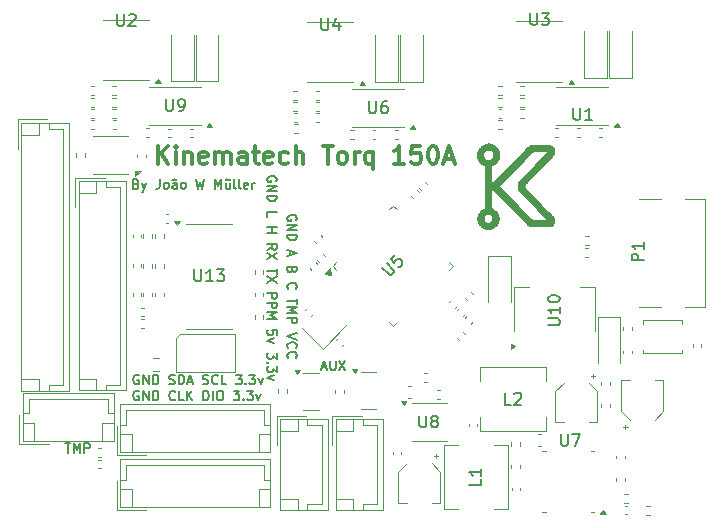
<source format=gbr>
%TF.GenerationSoftware,KiCad,Pcbnew,9.0.3*%
%TF.CreationDate,2025-08-23T19:54:00-03:00*%
%TF.ProjectId,TorqController,546f7271-436f-46e7-9472-6f6c6c65722e,rev?*%
%TF.SameCoordinates,Original*%
%TF.FileFunction,Legend,Top*%
%TF.FilePolarity,Positive*%
%FSLAX46Y46*%
G04 Gerber Fmt 4.6, Leading zero omitted, Abs format (unit mm)*
G04 Created by KiCad (PCBNEW 9.0.3) date 2025-08-23 19:54:00*
%MOMM*%
%LPD*%
G01*
G04 APERTURE LIST*
%ADD10C,0.150000*%
%ADD11C,0.000000*%
%ADD12C,0.300000*%
%ADD13C,0.120000*%
%ADD14C,0.100000*%
G04 APERTURE END LIST*
D10*
X163501064Y-99865723D02*
X163882017Y-99865723D01*
X163424874Y-100094295D02*
X163691541Y-99294295D01*
X163691541Y-99294295D02*
X163958207Y-100094295D01*
X164224874Y-99294295D02*
X164224874Y-99941914D01*
X164224874Y-99941914D02*
X164262969Y-100018104D01*
X164262969Y-100018104D02*
X164301064Y-100056200D01*
X164301064Y-100056200D02*
X164377255Y-100094295D01*
X164377255Y-100094295D02*
X164529636Y-100094295D01*
X164529636Y-100094295D02*
X164605826Y-100056200D01*
X164605826Y-100056200D02*
X164643921Y-100018104D01*
X164643921Y-100018104D02*
X164682017Y-99941914D01*
X164682017Y-99941914D02*
X164682017Y-99294295D01*
X164986778Y-99294295D02*
X165520112Y-100094295D01*
X165520112Y-99294295D02*
X164986778Y-100094295D01*
X141774874Y-106294295D02*
X142232017Y-106294295D01*
X142003445Y-107094295D02*
X142003445Y-106294295D01*
X142498684Y-107094295D02*
X142498684Y-106294295D01*
X142498684Y-106294295D02*
X142765350Y-106865723D01*
X142765350Y-106865723D02*
X143032017Y-106294295D01*
X143032017Y-106294295D02*
X143032017Y-107094295D01*
X143412970Y-107094295D02*
X143412970Y-106294295D01*
X143412970Y-106294295D02*
X143717732Y-106294295D01*
X143717732Y-106294295D02*
X143793922Y-106332390D01*
X143793922Y-106332390D02*
X143832017Y-106370485D01*
X143832017Y-106370485D02*
X143870113Y-106446676D01*
X143870113Y-106446676D02*
X143870113Y-106560961D01*
X143870113Y-106560961D02*
X143832017Y-106637152D01*
X143832017Y-106637152D02*
X143793922Y-106675247D01*
X143793922Y-106675247D02*
X143717732Y-106713342D01*
X143717732Y-106713342D02*
X143412970Y-106713342D01*
D11*
G36*
X177700000Y-80900000D02*
G01*
X177717020Y-80901258D01*
X177734258Y-80903186D01*
X177752048Y-80905799D01*
X177770724Y-80909116D01*
X177790622Y-80913153D01*
X177812075Y-80917929D01*
X177860982Y-80929766D01*
X177902806Y-80941171D01*
X177943794Y-80954153D01*
X177983915Y-80968669D01*
X178023135Y-80984681D01*
X178061423Y-81002148D01*
X178098744Y-81021029D01*
X178135067Y-81041285D01*
X178170359Y-81062874D01*
X178204587Y-81085757D01*
X178237718Y-81109893D01*
X178269720Y-81135242D01*
X178300560Y-81161764D01*
X178330206Y-81189417D01*
X178358624Y-81218163D01*
X178385781Y-81247960D01*
X178411647Y-81278768D01*
X178436186Y-81310547D01*
X178459367Y-81343257D01*
X178481158Y-81376857D01*
X178501525Y-81411306D01*
X178520435Y-81446566D01*
X178537857Y-81482594D01*
X178553757Y-81519352D01*
X178568102Y-81556798D01*
X178580860Y-81594892D01*
X178591999Y-81633594D01*
X178601485Y-81672863D01*
X178609285Y-81712660D01*
X178615368Y-81752944D01*
X178619701Y-81793674D01*
X178622249Y-81834811D01*
X178622982Y-81876313D01*
X178619965Y-81951902D01*
X178612429Y-82025331D01*
X178600409Y-82096533D01*
X178583946Y-82165443D01*
X178563075Y-82231991D01*
X178537836Y-82296113D01*
X178508266Y-82357740D01*
X178474402Y-82416807D01*
X178436283Y-82473246D01*
X178393946Y-82526990D01*
X178347429Y-82577973D01*
X178296769Y-82626128D01*
X178242006Y-82671387D01*
X178183176Y-82713684D01*
X178120317Y-82752953D01*
X178053466Y-82789125D01*
X177948295Y-82840719D01*
X177948295Y-83545172D01*
X177948884Y-83944279D01*
X177950283Y-84068117D01*
X177953008Y-84151398D01*
X177957500Y-84201566D01*
X177960546Y-84216557D01*
X177964201Y-84226061D01*
X177968518Y-84231006D01*
X177973553Y-84232324D01*
X177985998Y-84227797D01*
X177990064Y-84225847D01*
X177994063Y-84223732D01*
X177997975Y-84221471D01*
X178001780Y-84219085D01*
X178005456Y-84216594D01*
X178008985Y-84214019D01*
X178012345Y-84211380D01*
X178015515Y-84208698D01*
X178018477Y-84205992D01*
X178021209Y-84203283D01*
X178023691Y-84200592D01*
X178025902Y-84197939D01*
X178027823Y-84195343D01*
X178029433Y-84192826D01*
X178030711Y-84190409D01*
X178031638Y-84188110D01*
X178036882Y-84181401D01*
X178051540Y-84165324D01*
X178107138Y-84107029D01*
X178309699Y-83899631D01*
X178607882Y-83597355D01*
X178970247Y-83231641D01*
X179701737Y-82493454D01*
X179980139Y-82209750D01*
X180148966Y-82035063D01*
X180548011Y-81619709D01*
X180708536Y-81456726D01*
X180843993Y-81322672D01*
X180955079Y-81216896D01*
X181042493Y-81138746D01*
X181106931Y-81087570D01*
X181130752Y-81071895D01*
X181149091Y-81062719D01*
X181163340Y-81058135D01*
X181179833Y-81054042D01*
X181199372Y-81050419D01*
X181222761Y-81047248D01*
X181250800Y-81044506D01*
X181284292Y-81042174D01*
X181324039Y-81040232D01*
X181370845Y-81038659D01*
X181425510Y-81037435D01*
X181488837Y-81036539D01*
X181644688Y-81035651D01*
X181844816Y-81035834D01*
X182095638Y-81036923D01*
X182958841Y-81042876D01*
X183044169Y-81090501D01*
X183053801Y-81096476D01*
X183063343Y-81102857D01*
X183082128Y-81116798D01*
X183100459Y-81132232D01*
X183118273Y-81149071D01*
X183135506Y-81167223D01*
X183152093Y-81186600D01*
X183167971Y-81207110D01*
X183183075Y-81228663D01*
X183197343Y-81251170D01*
X183210709Y-81274540D01*
X183223111Y-81298683D01*
X183234483Y-81323510D01*
X183244762Y-81348929D01*
X183253885Y-81374852D01*
X183261787Y-81401187D01*
X183268403Y-81427845D01*
X183272733Y-81452829D01*
X183276065Y-81479915D01*
X183278427Y-81508740D01*
X183279844Y-81538939D01*
X183280343Y-81570150D01*
X183279949Y-81602009D01*
X183278689Y-81634153D01*
X183276589Y-81666218D01*
X183273675Y-81697841D01*
X183269973Y-81728660D01*
X183265510Y-81758309D01*
X183260311Y-81786427D01*
X183254403Y-81812650D01*
X183247812Y-81836614D01*
X183240564Y-81857956D01*
X183232685Y-81876313D01*
X183227081Y-81884891D01*
X183216411Y-81898517D01*
X183180998Y-81939720D01*
X183128703Y-81997526D01*
X183061781Y-82069542D01*
X182982487Y-82153370D01*
X182893078Y-82246616D01*
X182795808Y-82346885D01*
X182692934Y-82451782D01*
X181789951Y-83364594D01*
X181245085Y-83920219D01*
X180960296Y-84219860D01*
X180884793Y-84305312D01*
X180837544Y-84364720D01*
X180815107Y-84394931D01*
X180794228Y-84424096D01*
X180775350Y-84451540D01*
X180758913Y-84476589D01*
X180745359Y-84498568D01*
X180735131Y-84516804D01*
X180731402Y-84524307D01*
X180728670Y-84530621D01*
X180726991Y-84535662D01*
X180726419Y-84539346D01*
X180727444Y-84545819D01*
X180730645Y-84554209D01*
X180736208Y-84564709D01*
X180744321Y-84577514D01*
X180768944Y-84610818D01*
X180806011Y-84655680D01*
X180857019Y-84713657D01*
X180923465Y-84786307D01*
X181006846Y-84875190D01*
X181108659Y-84981862D01*
X181373569Y-85254806D01*
X181730172Y-85617606D01*
X182190442Y-86082724D01*
X182766357Y-86662627D01*
X182925979Y-86824450D01*
X183048045Y-86951880D01*
X183096572Y-87005089D01*
X183137601Y-87052568D01*
X183171765Y-87095274D01*
X183199694Y-87134164D01*
X183222019Y-87170193D01*
X183239370Y-87204319D01*
X183252379Y-87237496D01*
X183261675Y-87270683D01*
X183267890Y-87304835D01*
X183271655Y-87340908D01*
X183273600Y-87379859D01*
X183274356Y-87422644D01*
X183274259Y-87458610D01*
X183273205Y-87492903D01*
X183271169Y-87525614D01*
X183268124Y-87556837D01*
X183264044Y-87586665D01*
X183258903Y-87615190D01*
X183252675Y-87642506D01*
X183245334Y-87668706D01*
X183236854Y-87693883D01*
X183227208Y-87718129D01*
X183216370Y-87741539D01*
X183204314Y-87764204D01*
X183191014Y-87786218D01*
X183176444Y-87807674D01*
X183160577Y-87828665D01*
X183143388Y-87849284D01*
X183118991Y-87877184D01*
X183107711Y-87889781D01*
X183096763Y-87901517D01*
X183085933Y-87912424D01*
X183075011Y-87922531D01*
X183063785Y-87931870D01*
X183052044Y-87940472D01*
X183039577Y-87948368D01*
X183026171Y-87955588D01*
X183011616Y-87962164D01*
X182995699Y-87968126D01*
X182978210Y-87973505D01*
X182958937Y-87978332D01*
X182937668Y-87982638D01*
X182914192Y-87986454D01*
X182888298Y-87989811D01*
X182859774Y-87992739D01*
X182828409Y-87995270D01*
X182793990Y-87997435D01*
X182756308Y-87999263D01*
X182715149Y-88000787D01*
X182670304Y-88002036D01*
X182621559Y-88003043D01*
X182511528Y-88004450D01*
X182383365Y-88005256D01*
X182065873Y-88006050D01*
X181738857Y-88006682D01*
X181494651Y-88005151D01*
X181398783Y-88002666D01*
X181317836Y-87998550D01*
X181249883Y-87992441D01*
X181192995Y-87983974D01*
X181145247Y-87972786D01*
X181104710Y-87958514D01*
X181069458Y-87940795D01*
X181037563Y-87919265D01*
X181007098Y-87893560D01*
X180976136Y-87863319D01*
X180905013Y-87787769D01*
X180784555Y-87661823D01*
X180550058Y-87420163D01*
X179875122Y-86728112D01*
X178403956Y-85221724D01*
X178087231Y-84891666D01*
X178011364Y-84809388D01*
X177982029Y-84773503D01*
X177979268Y-84768531D01*
X177976568Y-84764033D01*
X177973932Y-84760003D01*
X177971363Y-84756438D01*
X177968863Y-84753333D01*
X177966437Y-84750686D01*
X177964086Y-84748491D01*
X177961813Y-84746744D01*
X177959622Y-84745443D01*
X177957515Y-84744582D01*
X177955495Y-84744158D01*
X177953565Y-84744167D01*
X177951729Y-84744605D01*
X177949988Y-84745467D01*
X177948346Y-84746750D01*
X177946806Y-84748450D01*
X177945371Y-84750563D01*
X177944043Y-84753084D01*
X177942825Y-84756010D01*
X177941721Y-84759337D01*
X177940733Y-84763061D01*
X177939865Y-84767177D01*
X177939118Y-84771683D01*
X177938496Y-84776573D01*
X177938003Y-84781844D01*
X177937640Y-84787491D01*
X177937411Y-84793512D01*
X177937318Y-84799901D01*
X177937365Y-84806655D01*
X177937555Y-84813770D01*
X177937889Y-84821242D01*
X177938372Y-84829066D01*
X177939857Y-84860960D01*
X177941318Y-84920131D01*
X177944077Y-85106631D01*
X177946465Y-85361219D01*
X177948294Y-85656550D01*
X177950279Y-86400690D01*
X178071326Y-86458237D01*
X178102790Y-86474081D01*
X178133536Y-86491433D01*
X178163534Y-86510234D01*
X178192752Y-86530423D01*
X178221160Y-86551938D01*
X178248725Y-86574720D01*
X178275416Y-86598707D01*
X178301203Y-86623839D01*
X178326054Y-86650056D01*
X178349938Y-86677296D01*
X178372823Y-86705499D01*
X178394678Y-86734604D01*
X178415472Y-86764550D01*
X178435175Y-86795278D01*
X178453753Y-86826726D01*
X178471177Y-86858833D01*
X178487415Y-86891539D01*
X178502436Y-86924783D01*
X178516208Y-86958504D01*
X178528701Y-86992642D01*
X178539882Y-87027137D01*
X178549722Y-87061926D01*
X178558188Y-87096951D01*
X178565249Y-87132149D01*
X178570874Y-87167461D01*
X178575032Y-87202826D01*
X178577692Y-87238182D01*
X178578822Y-87273470D01*
X178578391Y-87308629D01*
X178576367Y-87343597D01*
X178572721Y-87378315D01*
X178567419Y-87412722D01*
X178559382Y-87452890D01*
X178550835Y-87490918D01*
X178541690Y-87526993D01*
X178531856Y-87561301D01*
X178521242Y-87594028D01*
X178509760Y-87625359D01*
X178497318Y-87655481D01*
X178483827Y-87684580D01*
X178469197Y-87712842D01*
X178453337Y-87740453D01*
X178436157Y-87767598D01*
X178417568Y-87794465D01*
X178397479Y-87821238D01*
X178375799Y-87848105D01*
X178352440Y-87875250D01*
X178327310Y-87902861D01*
X178300603Y-87930726D01*
X178274019Y-87957051D01*
X178247492Y-87981876D01*
X178220960Y-88005242D01*
X178194358Y-88027189D01*
X178167622Y-88047759D01*
X178140688Y-88066991D01*
X178113493Y-88084927D01*
X178085973Y-88101608D01*
X178058063Y-88117073D01*
X178029699Y-88131364D01*
X178000818Y-88144521D01*
X177971356Y-88156585D01*
X177941248Y-88167598D01*
X177910431Y-88177598D01*
X177878841Y-88186628D01*
X177855156Y-88191928D01*
X177828976Y-88196662D01*
X177800645Y-88200820D01*
X177770507Y-88204394D01*
X177706177Y-88209754D01*
X177638732Y-88212673D01*
X177570914Y-88213080D01*
X177505468Y-88210906D01*
X177474493Y-88208829D01*
X177445139Y-88206080D01*
X177417750Y-88202651D01*
X177392669Y-88198534D01*
X177392669Y-88198531D01*
X177359397Y-88190431D01*
X177324526Y-88178932D01*
X177288364Y-88164265D01*
X177251220Y-88146659D01*
X177213402Y-88126344D01*
X177175217Y-88103549D01*
X177136975Y-88078505D01*
X177098982Y-88051440D01*
X177061547Y-88022585D01*
X177024979Y-87992168D01*
X176989584Y-87960421D01*
X176955673Y-87927571D01*
X176923552Y-87893850D01*
X176893529Y-87859486D01*
X176865914Y-87824710D01*
X176841013Y-87789750D01*
X176820330Y-87757530D01*
X176801403Y-87726215D01*
X176784174Y-87695591D01*
X176768584Y-87665447D01*
X176754575Y-87635571D01*
X176742089Y-87605750D01*
X176731068Y-87575771D01*
X176721455Y-87545424D01*
X176713190Y-87514495D01*
X176706215Y-87482773D01*
X176700473Y-87450045D01*
X176695906Y-87416099D01*
X176692455Y-87380723D01*
X176690061Y-87343704D01*
X176688668Y-87304831D01*
X176688412Y-87281665D01*
X177294888Y-87281665D01*
X177296116Y-87305006D01*
X177298827Y-87327923D01*
X177302981Y-87350359D01*
X177308537Y-87372259D01*
X177315456Y-87393567D01*
X177323698Y-87414226D01*
X177333222Y-87434182D01*
X177343988Y-87453377D01*
X177355958Y-87471756D01*
X177369090Y-87489263D01*
X177383344Y-87505842D01*
X177398682Y-87521437D01*
X177415062Y-87535992D01*
X177432446Y-87549451D01*
X177450792Y-87561759D01*
X177470061Y-87572859D01*
X177490213Y-87582694D01*
X177511208Y-87591211D01*
X177533006Y-87598351D01*
X177555567Y-87604060D01*
X177578851Y-87608282D01*
X177602818Y-87610960D01*
X177627428Y-87612038D01*
X177652642Y-87611461D01*
X177678418Y-87609173D01*
X177686757Y-87607920D01*
X177695359Y-87606405D01*
X177713114Y-87602661D01*
X177731194Y-87598080D01*
X177749112Y-87592802D01*
X177766378Y-87586965D01*
X177774615Y-87583881D01*
X177782505Y-87580710D01*
X177789989Y-87577469D01*
X177797004Y-87574175D01*
X177803491Y-87570847D01*
X177809387Y-87567501D01*
X177809388Y-87567499D01*
X177815170Y-87563787D01*
X177821317Y-87559383D01*
X177827779Y-87554340D01*
X177834503Y-87548709D01*
X177841435Y-87542544D01*
X177848525Y-87535896D01*
X177855719Y-87528818D01*
X177862966Y-87521362D01*
X177870213Y-87513581D01*
X177877407Y-87505526D01*
X177884497Y-87497250D01*
X177891429Y-87488806D01*
X177898153Y-87480246D01*
X177904615Y-87471622D01*
X177910762Y-87462986D01*
X177916544Y-87454391D01*
X177924993Y-87441828D01*
X177932508Y-87430070D01*
X177939134Y-87418947D01*
X177944914Y-87408285D01*
X177949892Y-87397914D01*
X177954112Y-87387662D01*
X177957616Y-87377358D01*
X177960448Y-87366830D01*
X177962653Y-87355907D01*
X177964274Y-87344416D01*
X177965354Y-87332188D01*
X177965936Y-87319050D01*
X177966066Y-87304830D01*
X177965785Y-87289358D01*
X177965138Y-87272461D01*
X177964169Y-87253969D01*
X177961834Y-87226560D01*
X177958510Y-87200829D01*
X177954140Y-87176685D01*
X177948666Y-87154037D01*
X177942029Y-87132797D01*
X177934171Y-87112873D01*
X177925034Y-87094176D01*
X177914560Y-87076616D01*
X177902690Y-87060102D01*
X177889367Y-87044544D01*
X177874533Y-87029852D01*
X177858129Y-87015937D01*
X177840097Y-87002708D01*
X177820379Y-86990074D01*
X177798917Y-86977947D01*
X177775653Y-86966235D01*
X177760387Y-86958882D01*
X177746446Y-86952434D01*
X177733621Y-86946863D01*
X177721703Y-86942144D01*
X177710483Y-86938250D01*
X177699751Y-86935156D01*
X177689298Y-86932835D01*
X177678915Y-86931261D01*
X177668393Y-86930408D01*
X177657521Y-86930249D01*
X177646092Y-86930760D01*
X177633895Y-86931912D01*
X177620721Y-86933681D01*
X177606361Y-86936040D01*
X177590606Y-86938963D01*
X177573247Y-86942423D01*
X177547811Y-86948133D01*
X177524265Y-86954147D01*
X177502498Y-86960540D01*
X177482400Y-86967383D01*
X177463859Y-86974749D01*
X177446766Y-86982711D01*
X177431010Y-86991342D01*
X177416481Y-87000714D01*
X177403068Y-87010900D01*
X177390661Y-87021972D01*
X177379149Y-87034004D01*
X177368422Y-87047068D01*
X177358369Y-87061236D01*
X177348881Y-87076581D01*
X177339845Y-87093177D01*
X177331153Y-87111095D01*
X177320885Y-87135840D01*
X177312380Y-87160552D01*
X177305597Y-87185176D01*
X177300496Y-87209655D01*
X177297037Y-87233934D01*
X177295181Y-87257956D01*
X177294888Y-87281665D01*
X176688412Y-87281665D01*
X176688216Y-87263891D01*
X176688542Y-87202802D01*
X176689106Y-87177080D01*
X176690077Y-87153944D01*
X176691559Y-87132925D01*
X176693658Y-87113551D01*
X176696478Y-87095352D01*
X176700123Y-87077856D01*
X176704698Y-87060592D01*
X176710308Y-87043090D01*
X176717058Y-87024879D01*
X176725051Y-87005488D01*
X176734394Y-86984445D01*
X176745190Y-86961281D01*
X176771560Y-86906703D01*
X176793894Y-86864139D01*
X176817034Y-86823476D01*
X176841040Y-86784662D01*
X176865973Y-86747644D01*
X176891894Y-86712370D01*
X176918865Y-86678788D01*
X176946946Y-86646845D01*
X176976199Y-86616489D01*
X177006684Y-86587668D01*
X177038462Y-86560330D01*
X177071596Y-86534421D01*
X177106144Y-86509891D01*
X177142170Y-86486685D01*
X177179733Y-86464753D01*
X177218895Y-86444042D01*
X177259716Y-86424500D01*
X177333139Y-86390766D01*
X177333139Y-84616734D01*
X177333139Y-84527437D01*
X178617028Y-84527437D01*
X178942466Y-84858827D01*
X179525871Y-85458107D01*
X179835930Y-85778088D01*
X180220403Y-86172482D01*
X180626952Y-86590690D01*
X180826784Y-86798118D01*
X180990340Y-86970200D01*
X181058817Y-87041013D01*
X181124781Y-87108083D01*
X181186654Y-87169897D01*
X181242852Y-87224943D01*
X181291795Y-87271712D01*
X181331901Y-87308690D01*
X181361589Y-87334367D01*
X181372032Y-87342495D01*
X181379278Y-87347231D01*
X181388320Y-87350791D01*
X181399990Y-87354037D01*
X181414543Y-87356981D01*
X181432236Y-87359634D01*
X181453324Y-87362008D01*
X181478062Y-87364114D01*
X181506708Y-87365965D01*
X181539516Y-87367571D01*
X181576742Y-87368945D01*
X181618643Y-87370099D01*
X181717490Y-87371789D01*
X181838103Y-87372734D01*
X181982529Y-87373029D01*
X182196500Y-87372347D01*
X182371218Y-87370549D01*
X182489009Y-87368006D01*
X182521034Y-87366572D01*
X182532199Y-87365091D01*
X182530165Y-87362245D01*
X182524193Y-87355327D01*
X182501256Y-87330119D01*
X182417106Y-87240078D01*
X182141278Y-86948375D01*
X181730264Y-86519997D01*
X181293950Y-86063344D01*
X180876735Y-85630999D01*
X180516075Y-85259672D01*
X180450924Y-85192409D01*
X180388889Y-85127122D01*
X180331412Y-85065417D01*
X180279934Y-85008897D01*
X180235898Y-84959167D01*
X180200745Y-84917832D01*
X180175917Y-84886497D01*
X180167826Y-84875080D01*
X180162856Y-84866765D01*
X180155114Y-84846989D01*
X180148264Y-84820275D01*
X180142315Y-84787544D01*
X180137276Y-84749718D01*
X180133156Y-84707717D01*
X180129963Y-84662463D01*
X180126393Y-84565884D01*
X180126637Y-84467351D01*
X180128211Y-84419656D01*
X180130765Y-84374237D01*
X180134307Y-84332015D01*
X180138846Y-84293912D01*
X180144391Y-84260850D01*
X180150950Y-84233749D01*
X180154317Y-84223147D01*
X180158193Y-84212441D01*
X180162723Y-84201468D01*
X180168057Y-84190066D01*
X180174342Y-84178072D01*
X180181724Y-84165324D01*
X180190352Y-84151660D01*
X180200373Y-84136918D01*
X180211935Y-84120934D01*
X180225185Y-84103546D01*
X180240270Y-84084592D01*
X180257339Y-84063910D01*
X180298016Y-84016711D01*
X180348395Y-83960649D01*
X180409658Y-83894425D01*
X180482984Y-83816739D01*
X180569553Y-83726293D01*
X180670546Y-83621786D01*
X180920523Y-83365395D01*
X181242356Y-83037171D01*
X181567576Y-82704385D01*
X181855776Y-82406388D01*
X182075887Y-82175736D01*
X182196840Y-82044984D01*
X182262449Y-81970911D01*
X182331778Y-81894419D01*
X182396642Y-81824253D01*
X182448856Y-81769155D01*
X182488420Y-81726615D01*
X182521286Y-81690773D01*
X182534045Y-81676525D01*
X182543735Y-81665348D01*
X182549889Y-81657705D01*
X182551496Y-81655354D01*
X182552044Y-81654062D01*
X182541061Y-81653236D01*
X182509566Y-81652295D01*
X182393790Y-81650341D01*
X182222204Y-81648760D01*
X182012294Y-81648109D01*
X181712591Y-81649039D01*
X181613597Y-81650829D01*
X181540509Y-81654062D01*
X181487326Y-81659154D01*
X181466324Y-81662529D01*
X181448049Y-81666526D01*
X181416679Y-81676595D01*
X181387216Y-81689780D01*
X181378203Y-81694119D01*
X181369062Y-81698915D01*
X181359851Y-81704112D01*
X181350629Y-81709655D01*
X181341453Y-81715488D01*
X181332382Y-81721557D01*
X181323473Y-81727806D01*
X181314786Y-81734180D01*
X181306377Y-81740624D01*
X181298306Y-81747083D01*
X181290630Y-81753500D01*
X181283408Y-81759822D01*
X181276697Y-81765993D01*
X181270556Y-81771957D01*
X181265043Y-81777660D01*
X181260216Y-81783046D01*
X181241260Y-81804584D01*
X181202328Y-81846701D01*
X181073932Y-81982724D01*
X180893819Y-82171209D01*
X180680778Y-82392249D01*
X179902903Y-83193937D01*
X179608967Y-83497547D01*
X179236153Y-83878547D01*
X178905754Y-84219611D01*
X178712278Y-84422265D01*
X178617028Y-84527437D01*
X177333139Y-84527437D01*
X177333139Y-82840719D01*
X177188279Y-82771266D01*
X177154275Y-82753933D01*
X177121113Y-82735087D01*
X177088822Y-82714784D01*
X177057431Y-82693080D01*
X177026969Y-82670032D01*
X176997464Y-82645696D01*
X176968946Y-82620128D01*
X176941442Y-82593385D01*
X176914982Y-82565522D01*
X176889594Y-82536597D01*
X176865307Y-82506666D01*
X176842149Y-82475784D01*
X176820150Y-82444008D01*
X176799339Y-82411395D01*
X176779742Y-82378000D01*
X176761391Y-82343881D01*
X176744312Y-82309093D01*
X176728536Y-82273693D01*
X176714090Y-82237737D01*
X176701003Y-82201281D01*
X176689304Y-82164382D01*
X176679022Y-82127096D01*
X176670186Y-82089480D01*
X176662823Y-82051589D01*
X176656963Y-82013480D01*
X176652635Y-81975209D01*
X176649867Y-81936833D01*
X176648688Y-81898408D01*
X176648811Y-81887670D01*
X177260294Y-81887670D01*
X177262132Y-81923471D01*
X177266414Y-81959162D01*
X177273091Y-81994434D01*
X177282114Y-82028979D01*
X177293434Y-82062490D01*
X177307001Y-82094658D01*
X177322765Y-82125174D01*
X177340677Y-82153731D01*
X177360688Y-82180022D01*
X177371465Y-82192220D01*
X177382748Y-82203736D01*
X177404394Y-82223926D01*
X177425509Y-82242098D01*
X177446211Y-82258282D01*
X177466619Y-82272507D01*
X177486852Y-82284802D01*
X177496941Y-82290235D01*
X177507031Y-82295196D01*
X177517137Y-82299689D01*
X177527273Y-82303718D01*
X177537456Y-82307286D01*
X177547699Y-82310396D01*
X177558018Y-82313054D01*
X177568427Y-82315261D01*
X177578942Y-82317023D01*
X177589576Y-82318342D01*
X177600346Y-82319222D01*
X177611266Y-82319666D01*
X177622351Y-82319679D01*
X177633616Y-82319264D01*
X177656745Y-82317165D01*
X177680772Y-82313396D01*
X177705817Y-82307989D01*
X177731998Y-82300971D01*
X177731997Y-82300970D01*
X177751027Y-82294332D01*
X177770104Y-82286374D01*
X177789134Y-82277172D01*
X177808024Y-82266801D01*
X177826682Y-82255338D01*
X177845014Y-82242857D01*
X177862927Y-82229435D01*
X177880330Y-82215146D01*
X177897127Y-82200066D01*
X177913227Y-82184271D01*
X177928536Y-82167837D01*
X177942961Y-82150839D01*
X177956410Y-82133353D01*
X177968789Y-82115454D01*
X177980006Y-82097217D01*
X177989966Y-82078720D01*
X177995970Y-82067023D01*
X178001345Y-82055655D01*
X178006116Y-82044479D01*
X178010306Y-82033358D01*
X178013938Y-82022155D01*
X178017034Y-82010735D01*
X178019620Y-81998960D01*
X178021716Y-81986694D01*
X178023348Y-81973800D01*
X178024538Y-81960141D01*
X178025309Y-81945582D01*
X178025685Y-81929984D01*
X178025689Y-81913213D01*
X178025344Y-81895130D01*
X178024674Y-81875600D01*
X178023701Y-81854485D01*
X178021290Y-81811899D01*
X178019855Y-81793530D01*
X178018182Y-81776847D01*
X178016206Y-81761652D01*
X178013864Y-81747748D01*
X178011092Y-81734937D01*
X178007826Y-81723021D01*
X178004001Y-81711802D01*
X177999555Y-81701084D01*
X177994423Y-81690668D01*
X177988540Y-81680356D01*
X177981844Y-81669952D01*
X177974270Y-81659257D01*
X177965754Y-81648074D01*
X177956232Y-81636204D01*
X177949685Y-81628307D01*
X177942733Y-81620283D01*
X177935438Y-81612188D01*
X177927862Y-81604082D01*
X177920064Y-81596023D01*
X177912107Y-81588068D01*
X177904051Y-81580276D01*
X177895957Y-81572705D01*
X177887886Y-81565412D01*
X177879900Y-81558457D01*
X177872059Y-81551898D01*
X177864424Y-81545791D01*
X177857057Y-81540197D01*
X177850018Y-81535172D01*
X177843368Y-81530775D01*
X177837170Y-81527064D01*
X177823505Y-81519974D01*
X177807288Y-81513603D01*
X177788850Y-81507970D01*
X177768523Y-81503096D01*
X177746638Y-81499001D01*
X177723526Y-81495705D01*
X177699518Y-81493229D01*
X177674947Y-81491593D01*
X177650143Y-81490817D01*
X177625439Y-81490922D01*
X177601164Y-81491929D01*
X177577651Y-81493856D01*
X177555231Y-81496726D01*
X177534235Y-81500558D01*
X177514995Y-81505372D01*
X177497841Y-81511189D01*
X177484931Y-81516355D01*
X177471580Y-81522847D01*
X177457902Y-81530548D01*
X177444015Y-81539342D01*
X177430036Y-81549113D01*
X177416079Y-81559744D01*
X177402262Y-81571119D01*
X177388701Y-81583123D01*
X177375512Y-81595637D01*
X177362811Y-81608547D01*
X177350715Y-81621737D01*
X177339340Y-81635088D01*
X177328802Y-81648487D01*
X177319217Y-81661816D01*
X177310702Y-81674958D01*
X177303373Y-81687799D01*
X177296093Y-81702559D01*
X177289505Y-81717792D01*
X177278378Y-81749524D01*
X177269943Y-81782685D01*
X177264150Y-81816969D01*
X177260951Y-81852067D01*
X177260294Y-81887670D01*
X176648811Y-81887670D01*
X176649127Y-81859990D01*
X176651212Y-81821636D01*
X176654972Y-81783402D01*
X176660436Y-81745344D01*
X176668155Y-81705591D01*
X176677522Y-81666351D01*
X176688497Y-81627663D01*
X176701042Y-81589562D01*
X176715116Y-81552087D01*
X176730683Y-81515273D01*
X176747702Y-81479159D01*
X176766135Y-81443781D01*
X176785942Y-81409176D01*
X176807086Y-81375381D01*
X176853226Y-81310370D01*
X176904244Y-81249045D01*
X176959828Y-81191703D01*
X177019668Y-81138639D01*
X177083452Y-81090151D01*
X177150870Y-81046534D01*
X177185844Y-81026646D01*
X177221611Y-81008086D01*
X177258129Y-80990893D01*
X177295362Y-80975103D01*
X177333270Y-80960753D01*
X177371815Y-80947881D01*
X177410956Y-80936523D01*
X177450656Y-80926716D01*
X177490876Y-80918498D01*
X177531576Y-80911906D01*
X177583740Y-80905511D01*
X177606471Y-80903125D01*
X177627415Y-80901302D01*
X177646906Y-80900061D01*
X177665277Y-80899418D01*
X177682864Y-80899392D01*
X177700000Y-80900000D01*
G37*
D10*
X147805826Y-84325247D02*
X147920112Y-84363342D01*
X147920112Y-84363342D02*
X147958207Y-84401438D01*
X147958207Y-84401438D02*
X147996303Y-84477628D01*
X147996303Y-84477628D02*
X147996303Y-84591914D01*
X147996303Y-84591914D02*
X147958207Y-84668104D01*
X147958207Y-84668104D02*
X147920112Y-84706200D01*
X147920112Y-84706200D02*
X147843922Y-84744295D01*
X147843922Y-84744295D02*
X147539160Y-84744295D01*
X147539160Y-84744295D02*
X147539160Y-83944295D01*
X147539160Y-83944295D02*
X147805826Y-83944295D01*
X147805826Y-83944295D02*
X147882017Y-83982390D01*
X147882017Y-83982390D02*
X147920112Y-84020485D01*
X147920112Y-84020485D02*
X147958207Y-84096676D01*
X147958207Y-84096676D02*
X147958207Y-84172866D01*
X147958207Y-84172866D02*
X147920112Y-84249057D01*
X147920112Y-84249057D02*
X147882017Y-84287152D01*
X147882017Y-84287152D02*
X147805826Y-84325247D01*
X147805826Y-84325247D02*
X147539160Y-84325247D01*
X148262969Y-84210961D02*
X148453445Y-84744295D01*
X148643922Y-84210961D02*
X148453445Y-84744295D01*
X148453445Y-84744295D02*
X148377255Y-84934771D01*
X148377255Y-84934771D02*
X148339160Y-84972866D01*
X148339160Y-84972866D02*
X148262969Y-85010961D01*
X149786779Y-83944295D02*
X149786779Y-84515723D01*
X149786779Y-84515723D02*
X149748684Y-84630009D01*
X149748684Y-84630009D02*
X149672493Y-84706200D01*
X149672493Y-84706200D02*
X149558208Y-84744295D01*
X149558208Y-84744295D02*
X149482017Y-84744295D01*
X150282017Y-84744295D02*
X150205827Y-84706200D01*
X150205827Y-84706200D02*
X150167732Y-84668104D01*
X150167732Y-84668104D02*
X150129636Y-84591914D01*
X150129636Y-84591914D02*
X150129636Y-84363342D01*
X150129636Y-84363342D02*
X150167732Y-84287152D01*
X150167732Y-84287152D02*
X150205827Y-84249057D01*
X150205827Y-84249057D02*
X150282017Y-84210961D01*
X150282017Y-84210961D02*
X150396303Y-84210961D01*
X150396303Y-84210961D02*
X150472494Y-84249057D01*
X150472494Y-84249057D02*
X150510589Y-84287152D01*
X150510589Y-84287152D02*
X150548684Y-84363342D01*
X150548684Y-84363342D02*
X150548684Y-84591914D01*
X150548684Y-84591914D02*
X150510589Y-84668104D01*
X150510589Y-84668104D02*
X150472494Y-84706200D01*
X150472494Y-84706200D02*
X150396303Y-84744295D01*
X150396303Y-84744295D02*
X150282017Y-84744295D01*
X151234399Y-84744295D02*
X151234399Y-84325247D01*
X151234399Y-84325247D02*
X151196304Y-84249057D01*
X151196304Y-84249057D02*
X151120113Y-84210961D01*
X151120113Y-84210961D02*
X150967732Y-84210961D01*
X150967732Y-84210961D02*
X150891542Y-84249057D01*
X151234399Y-84706200D02*
X151158208Y-84744295D01*
X151158208Y-84744295D02*
X150967732Y-84744295D01*
X150967732Y-84744295D02*
X150891542Y-84706200D01*
X150891542Y-84706200D02*
X150853446Y-84630009D01*
X150853446Y-84630009D02*
X150853446Y-84553819D01*
X150853446Y-84553819D02*
X150891542Y-84477628D01*
X150891542Y-84477628D02*
X150967732Y-84439533D01*
X150967732Y-84439533D02*
X151158208Y-84439533D01*
X151158208Y-84439533D02*
X151234399Y-84401438D01*
X150853446Y-84020485D02*
X150891542Y-83982390D01*
X150891542Y-83982390D02*
X150967732Y-83944295D01*
X150967732Y-83944295D02*
X151120113Y-84020485D01*
X151120113Y-84020485D02*
X151196304Y-83982390D01*
X151196304Y-83982390D02*
X151234399Y-83944295D01*
X151729637Y-84744295D02*
X151653447Y-84706200D01*
X151653447Y-84706200D02*
X151615352Y-84668104D01*
X151615352Y-84668104D02*
X151577256Y-84591914D01*
X151577256Y-84591914D02*
X151577256Y-84363342D01*
X151577256Y-84363342D02*
X151615352Y-84287152D01*
X151615352Y-84287152D02*
X151653447Y-84249057D01*
X151653447Y-84249057D02*
X151729637Y-84210961D01*
X151729637Y-84210961D02*
X151843923Y-84210961D01*
X151843923Y-84210961D02*
X151920114Y-84249057D01*
X151920114Y-84249057D02*
X151958209Y-84287152D01*
X151958209Y-84287152D02*
X151996304Y-84363342D01*
X151996304Y-84363342D02*
X151996304Y-84591914D01*
X151996304Y-84591914D02*
X151958209Y-84668104D01*
X151958209Y-84668104D02*
X151920114Y-84706200D01*
X151920114Y-84706200D02*
X151843923Y-84744295D01*
X151843923Y-84744295D02*
X151729637Y-84744295D01*
X152872495Y-83944295D02*
X153062971Y-84744295D01*
X153062971Y-84744295D02*
X153215352Y-84172866D01*
X153215352Y-84172866D02*
X153367733Y-84744295D01*
X153367733Y-84744295D02*
X153558210Y-83944295D01*
X154472496Y-84744295D02*
X154472496Y-83944295D01*
X154472496Y-83944295D02*
X154739162Y-84515723D01*
X154739162Y-84515723D02*
X155005829Y-83944295D01*
X155005829Y-83944295D02*
X155005829Y-84744295D01*
X155729639Y-84210961D02*
X155729639Y-84744295D01*
X155386782Y-84210961D02*
X155386782Y-84630009D01*
X155386782Y-84630009D02*
X155424877Y-84706200D01*
X155424877Y-84706200D02*
X155501067Y-84744295D01*
X155501067Y-84744295D02*
X155615353Y-84744295D01*
X155615353Y-84744295D02*
X155691544Y-84706200D01*
X155691544Y-84706200D02*
X155729639Y-84668104D01*
X155424877Y-83944295D02*
X155462972Y-83982390D01*
X155462972Y-83982390D02*
X155424877Y-84020485D01*
X155424877Y-84020485D02*
X155386782Y-83982390D01*
X155386782Y-83982390D02*
X155424877Y-83944295D01*
X155424877Y-83944295D02*
X155424877Y-84020485D01*
X155729639Y-83944295D02*
X155767734Y-83982390D01*
X155767734Y-83982390D02*
X155729639Y-84020485D01*
X155729639Y-84020485D02*
X155691544Y-83982390D01*
X155691544Y-83982390D02*
X155729639Y-83944295D01*
X155729639Y-83944295D02*
X155729639Y-84020485D01*
X156224877Y-84744295D02*
X156148687Y-84706200D01*
X156148687Y-84706200D02*
X156110592Y-84630009D01*
X156110592Y-84630009D02*
X156110592Y-83944295D01*
X156643925Y-84744295D02*
X156567735Y-84706200D01*
X156567735Y-84706200D02*
X156529640Y-84630009D01*
X156529640Y-84630009D02*
X156529640Y-83944295D01*
X157253450Y-84706200D02*
X157177259Y-84744295D01*
X157177259Y-84744295D02*
X157024878Y-84744295D01*
X157024878Y-84744295D02*
X156948688Y-84706200D01*
X156948688Y-84706200D02*
X156910592Y-84630009D01*
X156910592Y-84630009D02*
X156910592Y-84325247D01*
X156910592Y-84325247D02*
X156948688Y-84249057D01*
X156948688Y-84249057D02*
X157024878Y-84210961D01*
X157024878Y-84210961D02*
X157177259Y-84210961D01*
X157177259Y-84210961D02*
X157253450Y-84249057D01*
X157253450Y-84249057D02*
X157291545Y-84325247D01*
X157291545Y-84325247D02*
X157291545Y-84401438D01*
X157291545Y-84401438D02*
X156910592Y-84477628D01*
X157634402Y-84744295D02*
X157634402Y-84210961D01*
X157634402Y-84363342D02*
X157672497Y-84287152D01*
X157672497Y-84287152D02*
X157710592Y-84249057D01*
X157710592Y-84249057D02*
X157786783Y-84210961D01*
X157786783Y-84210961D02*
X157862973Y-84210961D01*
X148008207Y-101882390D02*
X147932017Y-101844295D01*
X147932017Y-101844295D02*
X147817731Y-101844295D01*
X147817731Y-101844295D02*
X147703445Y-101882390D01*
X147703445Y-101882390D02*
X147627255Y-101958580D01*
X147627255Y-101958580D02*
X147589160Y-102034771D01*
X147589160Y-102034771D02*
X147551064Y-102187152D01*
X147551064Y-102187152D02*
X147551064Y-102301438D01*
X147551064Y-102301438D02*
X147589160Y-102453819D01*
X147589160Y-102453819D02*
X147627255Y-102530009D01*
X147627255Y-102530009D02*
X147703445Y-102606200D01*
X147703445Y-102606200D02*
X147817731Y-102644295D01*
X147817731Y-102644295D02*
X147893922Y-102644295D01*
X147893922Y-102644295D02*
X148008207Y-102606200D01*
X148008207Y-102606200D02*
X148046303Y-102568104D01*
X148046303Y-102568104D02*
X148046303Y-102301438D01*
X148046303Y-102301438D02*
X147893922Y-102301438D01*
X148389160Y-102644295D02*
X148389160Y-101844295D01*
X148389160Y-101844295D02*
X148846303Y-102644295D01*
X148846303Y-102644295D02*
X148846303Y-101844295D01*
X149227255Y-102644295D02*
X149227255Y-101844295D01*
X149227255Y-101844295D02*
X149417731Y-101844295D01*
X149417731Y-101844295D02*
X149532017Y-101882390D01*
X149532017Y-101882390D02*
X149608207Y-101958580D01*
X149608207Y-101958580D02*
X149646302Y-102034771D01*
X149646302Y-102034771D02*
X149684398Y-102187152D01*
X149684398Y-102187152D02*
X149684398Y-102301438D01*
X149684398Y-102301438D02*
X149646302Y-102453819D01*
X149646302Y-102453819D02*
X149608207Y-102530009D01*
X149608207Y-102530009D02*
X149532017Y-102606200D01*
X149532017Y-102606200D02*
X149417731Y-102644295D01*
X149417731Y-102644295D02*
X149227255Y-102644295D01*
X151093922Y-102568104D02*
X151055826Y-102606200D01*
X151055826Y-102606200D02*
X150941541Y-102644295D01*
X150941541Y-102644295D02*
X150865350Y-102644295D01*
X150865350Y-102644295D02*
X150751064Y-102606200D01*
X150751064Y-102606200D02*
X150674874Y-102530009D01*
X150674874Y-102530009D02*
X150636779Y-102453819D01*
X150636779Y-102453819D02*
X150598683Y-102301438D01*
X150598683Y-102301438D02*
X150598683Y-102187152D01*
X150598683Y-102187152D02*
X150636779Y-102034771D01*
X150636779Y-102034771D02*
X150674874Y-101958580D01*
X150674874Y-101958580D02*
X150751064Y-101882390D01*
X150751064Y-101882390D02*
X150865350Y-101844295D01*
X150865350Y-101844295D02*
X150941541Y-101844295D01*
X150941541Y-101844295D02*
X151055826Y-101882390D01*
X151055826Y-101882390D02*
X151093922Y-101920485D01*
X151817731Y-102644295D02*
X151436779Y-102644295D01*
X151436779Y-102644295D02*
X151436779Y-101844295D01*
X152084398Y-102644295D02*
X152084398Y-101844295D01*
X152541541Y-102644295D02*
X152198683Y-102187152D01*
X152541541Y-101844295D02*
X152084398Y-102301438D01*
X153493922Y-102644295D02*
X153493922Y-101844295D01*
X153493922Y-101844295D02*
X153684398Y-101844295D01*
X153684398Y-101844295D02*
X153798684Y-101882390D01*
X153798684Y-101882390D02*
X153874874Y-101958580D01*
X153874874Y-101958580D02*
X153912969Y-102034771D01*
X153912969Y-102034771D02*
X153951065Y-102187152D01*
X153951065Y-102187152D02*
X153951065Y-102301438D01*
X153951065Y-102301438D02*
X153912969Y-102453819D01*
X153912969Y-102453819D02*
X153874874Y-102530009D01*
X153874874Y-102530009D02*
X153798684Y-102606200D01*
X153798684Y-102606200D02*
X153684398Y-102644295D01*
X153684398Y-102644295D02*
X153493922Y-102644295D01*
X154293922Y-102644295D02*
X154293922Y-101844295D01*
X154827255Y-101844295D02*
X154979636Y-101844295D01*
X154979636Y-101844295D02*
X155055826Y-101882390D01*
X155055826Y-101882390D02*
X155132017Y-101958580D01*
X155132017Y-101958580D02*
X155170112Y-102110961D01*
X155170112Y-102110961D02*
X155170112Y-102377628D01*
X155170112Y-102377628D02*
X155132017Y-102530009D01*
X155132017Y-102530009D02*
X155055826Y-102606200D01*
X155055826Y-102606200D02*
X154979636Y-102644295D01*
X154979636Y-102644295D02*
X154827255Y-102644295D01*
X154827255Y-102644295D02*
X154751064Y-102606200D01*
X154751064Y-102606200D02*
X154674874Y-102530009D01*
X154674874Y-102530009D02*
X154636778Y-102377628D01*
X154636778Y-102377628D02*
X154636778Y-102110961D01*
X154636778Y-102110961D02*
X154674874Y-101958580D01*
X154674874Y-101958580D02*
X154751064Y-101882390D01*
X154751064Y-101882390D02*
X154827255Y-101844295D01*
X156046302Y-101844295D02*
X156541540Y-101844295D01*
X156541540Y-101844295D02*
X156274874Y-102149057D01*
X156274874Y-102149057D02*
X156389159Y-102149057D01*
X156389159Y-102149057D02*
X156465350Y-102187152D01*
X156465350Y-102187152D02*
X156503445Y-102225247D01*
X156503445Y-102225247D02*
X156541540Y-102301438D01*
X156541540Y-102301438D02*
X156541540Y-102491914D01*
X156541540Y-102491914D02*
X156503445Y-102568104D01*
X156503445Y-102568104D02*
X156465350Y-102606200D01*
X156465350Y-102606200D02*
X156389159Y-102644295D01*
X156389159Y-102644295D02*
X156160588Y-102644295D01*
X156160588Y-102644295D02*
X156084397Y-102606200D01*
X156084397Y-102606200D02*
X156046302Y-102568104D01*
X156884398Y-102568104D02*
X156922493Y-102606200D01*
X156922493Y-102606200D02*
X156884398Y-102644295D01*
X156884398Y-102644295D02*
X156846302Y-102606200D01*
X156846302Y-102606200D02*
X156884398Y-102568104D01*
X156884398Y-102568104D02*
X156884398Y-102644295D01*
X157189159Y-101844295D02*
X157684397Y-101844295D01*
X157684397Y-101844295D02*
X157417731Y-102149057D01*
X157417731Y-102149057D02*
X157532016Y-102149057D01*
X157532016Y-102149057D02*
X157608207Y-102187152D01*
X157608207Y-102187152D02*
X157646302Y-102225247D01*
X157646302Y-102225247D02*
X157684397Y-102301438D01*
X157684397Y-102301438D02*
X157684397Y-102491914D01*
X157684397Y-102491914D02*
X157646302Y-102568104D01*
X157646302Y-102568104D02*
X157608207Y-102606200D01*
X157608207Y-102606200D02*
X157532016Y-102644295D01*
X157532016Y-102644295D02*
X157303445Y-102644295D01*
X157303445Y-102644295D02*
X157227254Y-102606200D01*
X157227254Y-102606200D02*
X157189159Y-102568104D01*
X157951064Y-102110961D02*
X158141540Y-102644295D01*
X158141540Y-102644295D02*
X158332017Y-102110961D01*
X148008207Y-100532390D02*
X147932017Y-100494295D01*
X147932017Y-100494295D02*
X147817731Y-100494295D01*
X147817731Y-100494295D02*
X147703445Y-100532390D01*
X147703445Y-100532390D02*
X147627255Y-100608580D01*
X147627255Y-100608580D02*
X147589160Y-100684771D01*
X147589160Y-100684771D02*
X147551064Y-100837152D01*
X147551064Y-100837152D02*
X147551064Y-100951438D01*
X147551064Y-100951438D02*
X147589160Y-101103819D01*
X147589160Y-101103819D02*
X147627255Y-101180009D01*
X147627255Y-101180009D02*
X147703445Y-101256200D01*
X147703445Y-101256200D02*
X147817731Y-101294295D01*
X147817731Y-101294295D02*
X147893922Y-101294295D01*
X147893922Y-101294295D02*
X148008207Y-101256200D01*
X148008207Y-101256200D02*
X148046303Y-101218104D01*
X148046303Y-101218104D02*
X148046303Y-100951438D01*
X148046303Y-100951438D02*
X147893922Y-100951438D01*
X148389160Y-101294295D02*
X148389160Y-100494295D01*
X148389160Y-100494295D02*
X148846303Y-101294295D01*
X148846303Y-101294295D02*
X148846303Y-100494295D01*
X149227255Y-101294295D02*
X149227255Y-100494295D01*
X149227255Y-100494295D02*
X149417731Y-100494295D01*
X149417731Y-100494295D02*
X149532017Y-100532390D01*
X149532017Y-100532390D02*
X149608207Y-100608580D01*
X149608207Y-100608580D02*
X149646302Y-100684771D01*
X149646302Y-100684771D02*
X149684398Y-100837152D01*
X149684398Y-100837152D02*
X149684398Y-100951438D01*
X149684398Y-100951438D02*
X149646302Y-101103819D01*
X149646302Y-101103819D02*
X149608207Y-101180009D01*
X149608207Y-101180009D02*
X149532017Y-101256200D01*
X149532017Y-101256200D02*
X149417731Y-101294295D01*
X149417731Y-101294295D02*
X149227255Y-101294295D01*
X150598683Y-101256200D02*
X150712969Y-101294295D01*
X150712969Y-101294295D02*
X150903445Y-101294295D01*
X150903445Y-101294295D02*
X150979636Y-101256200D01*
X150979636Y-101256200D02*
X151017731Y-101218104D01*
X151017731Y-101218104D02*
X151055826Y-101141914D01*
X151055826Y-101141914D02*
X151055826Y-101065723D01*
X151055826Y-101065723D02*
X151017731Y-100989533D01*
X151017731Y-100989533D02*
X150979636Y-100951438D01*
X150979636Y-100951438D02*
X150903445Y-100913342D01*
X150903445Y-100913342D02*
X150751064Y-100875247D01*
X150751064Y-100875247D02*
X150674874Y-100837152D01*
X150674874Y-100837152D02*
X150636779Y-100799057D01*
X150636779Y-100799057D02*
X150598683Y-100722866D01*
X150598683Y-100722866D02*
X150598683Y-100646676D01*
X150598683Y-100646676D02*
X150636779Y-100570485D01*
X150636779Y-100570485D02*
X150674874Y-100532390D01*
X150674874Y-100532390D02*
X150751064Y-100494295D01*
X150751064Y-100494295D02*
X150941541Y-100494295D01*
X150941541Y-100494295D02*
X151055826Y-100532390D01*
X151398684Y-101294295D02*
X151398684Y-100494295D01*
X151398684Y-100494295D02*
X151589160Y-100494295D01*
X151589160Y-100494295D02*
X151703446Y-100532390D01*
X151703446Y-100532390D02*
X151779636Y-100608580D01*
X151779636Y-100608580D02*
X151817731Y-100684771D01*
X151817731Y-100684771D02*
X151855827Y-100837152D01*
X151855827Y-100837152D02*
X151855827Y-100951438D01*
X151855827Y-100951438D02*
X151817731Y-101103819D01*
X151817731Y-101103819D02*
X151779636Y-101180009D01*
X151779636Y-101180009D02*
X151703446Y-101256200D01*
X151703446Y-101256200D02*
X151589160Y-101294295D01*
X151589160Y-101294295D02*
X151398684Y-101294295D01*
X152160588Y-101065723D02*
X152541541Y-101065723D01*
X152084398Y-101294295D02*
X152351065Y-100494295D01*
X152351065Y-100494295D02*
X152617731Y-101294295D01*
X153455826Y-101256200D02*
X153570112Y-101294295D01*
X153570112Y-101294295D02*
X153760588Y-101294295D01*
X153760588Y-101294295D02*
X153836779Y-101256200D01*
X153836779Y-101256200D02*
X153874874Y-101218104D01*
X153874874Y-101218104D02*
X153912969Y-101141914D01*
X153912969Y-101141914D02*
X153912969Y-101065723D01*
X153912969Y-101065723D02*
X153874874Y-100989533D01*
X153874874Y-100989533D02*
X153836779Y-100951438D01*
X153836779Y-100951438D02*
X153760588Y-100913342D01*
X153760588Y-100913342D02*
X153608207Y-100875247D01*
X153608207Y-100875247D02*
X153532017Y-100837152D01*
X153532017Y-100837152D02*
X153493922Y-100799057D01*
X153493922Y-100799057D02*
X153455826Y-100722866D01*
X153455826Y-100722866D02*
X153455826Y-100646676D01*
X153455826Y-100646676D02*
X153493922Y-100570485D01*
X153493922Y-100570485D02*
X153532017Y-100532390D01*
X153532017Y-100532390D02*
X153608207Y-100494295D01*
X153608207Y-100494295D02*
X153798684Y-100494295D01*
X153798684Y-100494295D02*
X153912969Y-100532390D01*
X154712970Y-101218104D02*
X154674874Y-101256200D01*
X154674874Y-101256200D02*
X154560589Y-101294295D01*
X154560589Y-101294295D02*
X154484398Y-101294295D01*
X154484398Y-101294295D02*
X154370112Y-101256200D01*
X154370112Y-101256200D02*
X154293922Y-101180009D01*
X154293922Y-101180009D02*
X154255827Y-101103819D01*
X154255827Y-101103819D02*
X154217731Y-100951438D01*
X154217731Y-100951438D02*
X154217731Y-100837152D01*
X154217731Y-100837152D02*
X154255827Y-100684771D01*
X154255827Y-100684771D02*
X154293922Y-100608580D01*
X154293922Y-100608580D02*
X154370112Y-100532390D01*
X154370112Y-100532390D02*
X154484398Y-100494295D01*
X154484398Y-100494295D02*
X154560589Y-100494295D01*
X154560589Y-100494295D02*
X154674874Y-100532390D01*
X154674874Y-100532390D02*
X154712970Y-100570485D01*
X155436779Y-101294295D02*
X155055827Y-101294295D01*
X155055827Y-101294295D02*
X155055827Y-100494295D01*
X156236779Y-100494295D02*
X156732017Y-100494295D01*
X156732017Y-100494295D02*
X156465351Y-100799057D01*
X156465351Y-100799057D02*
X156579636Y-100799057D01*
X156579636Y-100799057D02*
X156655827Y-100837152D01*
X156655827Y-100837152D02*
X156693922Y-100875247D01*
X156693922Y-100875247D02*
X156732017Y-100951438D01*
X156732017Y-100951438D02*
X156732017Y-101141914D01*
X156732017Y-101141914D02*
X156693922Y-101218104D01*
X156693922Y-101218104D02*
X156655827Y-101256200D01*
X156655827Y-101256200D02*
X156579636Y-101294295D01*
X156579636Y-101294295D02*
X156351065Y-101294295D01*
X156351065Y-101294295D02*
X156274874Y-101256200D01*
X156274874Y-101256200D02*
X156236779Y-101218104D01*
X157074875Y-101218104D02*
X157112970Y-101256200D01*
X157112970Y-101256200D02*
X157074875Y-101294295D01*
X157074875Y-101294295D02*
X157036779Y-101256200D01*
X157036779Y-101256200D02*
X157074875Y-101218104D01*
X157074875Y-101218104D02*
X157074875Y-101294295D01*
X157379636Y-100494295D02*
X157874874Y-100494295D01*
X157874874Y-100494295D02*
X157608208Y-100799057D01*
X157608208Y-100799057D02*
X157722493Y-100799057D01*
X157722493Y-100799057D02*
X157798684Y-100837152D01*
X157798684Y-100837152D02*
X157836779Y-100875247D01*
X157836779Y-100875247D02*
X157874874Y-100951438D01*
X157874874Y-100951438D02*
X157874874Y-101141914D01*
X157874874Y-101141914D02*
X157836779Y-101218104D01*
X157836779Y-101218104D02*
X157798684Y-101256200D01*
X157798684Y-101256200D02*
X157722493Y-101294295D01*
X157722493Y-101294295D02*
X157493922Y-101294295D01*
X157493922Y-101294295D02*
X157417731Y-101256200D01*
X157417731Y-101256200D02*
X157379636Y-101218104D01*
X158141541Y-100760961D02*
X158332017Y-101294295D01*
X158332017Y-101294295D02*
X158522494Y-100760961D01*
X161367609Y-87408207D02*
X161405704Y-87332017D01*
X161405704Y-87332017D02*
X161405704Y-87217731D01*
X161405704Y-87217731D02*
X161367609Y-87103445D01*
X161367609Y-87103445D02*
X161291419Y-87027255D01*
X161291419Y-87027255D02*
X161215228Y-86989160D01*
X161215228Y-86989160D02*
X161062847Y-86951064D01*
X161062847Y-86951064D02*
X160948561Y-86951064D01*
X160948561Y-86951064D02*
X160796180Y-86989160D01*
X160796180Y-86989160D02*
X160719990Y-87027255D01*
X160719990Y-87027255D02*
X160643800Y-87103445D01*
X160643800Y-87103445D02*
X160605704Y-87217731D01*
X160605704Y-87217731D02*
X160605704Y-87293922D01*
X160605704Y-87293922D02*
X160643800Y-87408207D01*
X160643800Y-87408207D02*
X160681895Y-87446303D01*
X160681895Y-87446303D02*
X160948561Y-87446303D01*
X160948561Y-87446303D02*
X160948561Y-87293922D01*
X160605704Y-87789160D02*
X161405704Y-87789160D01*
X161405704Y-87789160D02*
X160605704Y-88246303D01*
X160605704Y-88246303D02*
X161405704Y-88246303D01*
X160605704Y-88627255D02*
X161405704Y-88627255D01*
X161405704Y-88627255D02*
X161405704Y-88817731D01*
X161405704Y-88817731D02*
X161367609Y-88932017D01*
X161367609Y-88932017D02*
X161291419Y-89008207D01*
X161291419Y-89008207D02*
X161215228Y-89046302D01*
X161215228Y-89046302D02*
X161062847Y-89084398D01*
X161062847Y-89084398D02*
X160948561Y-89084398D01*
X160948561Y-89084398D02*
X160796180Y-89046302D01*
X160796180Y-89046302D02*
X160719990Y-89008207D01*
X160719990Y-89008207D02*
X160643800Y-88932017D01*
X160643800Y-88932017D02*
X160605704Y-88817731D01*
X160605704Y-88817731D02*
X160605704Y-88627255D01*
X160834276Y-89998683D02*
X160834276Y-90379636D01*
X160605704Y-89922493D02*
X161405704Y-90189160D01*
X161405704Y-90189160D02*
X160605704Y-90455826D01*
X161024752Y-91598683D02*
X160986657Y-91712969D01*
X160986657Y-91712969D02*
X160948561Y-91751064D01*
X160948561Y-91751064D02*
X160872371Y-91789160D01*
X160872371Y-91789160D02*
X160758085Y-91789160D01*
X160758085Y-91789160D02*
X160681895Y-91751064D01*
X160681895Y-91751064D02*
X160643800Y-91712969D01*
X160643800Y-91712969D02*
X160605704Y-91636779D01*
X160605704Y-91636779D02*
X160605704Y-91332017D01*
X160605704Y-91332017D02*
X161405704Y-91332017D01*
X161405704Y-91332017D02*
X161405704Y-91598683D01*
X161405704Y-91598683D02*
X161367609Y-91674874D01*
X161367609Y-91674874D02*
X161329514Y-91712969D01*
X161329514Y-91712969D02*
X161253323Y-91751064D01*
X161253323Y-91751064D02*
X161177133Y-91751064D01*
X161177133Y-91751064D02*
X161100942Y-91712969D01*
X161100942Y-91712969D02*
X161062847Y-91674874D01*
X161062847Y-91674874D02*
X161024752Y-91598683D01*
X161024752Y-91598683D02*
X161024752Y-91332017D01*
X160681895Y-93198684D02*
X160643800Y-93160588D01*
X160643800Y-93160588D02*
X160605704Y-93046303D01*
X160605704Y-93046303D02*
X160605704Y-92970112D01*
X160605704Y-92970112D02*
X160643800Y-92855826D01*
X160643800Y-92855826D02*
X160719990Y-92779636D01*
X160719990Y-92779636D02*
X160796180Y-92741541D01*
X160796180Y-92741541D02*
X160948561Y-92703445D01*
X160948561Y-92703445D02*
X161062847Y-92703445D01*
X161062847Y-92703445D02*
X161215228Y-92741541D01*
X161215228Y-92741541D02*
X161291419Y-92779636D01*
X161291419Y-92779636D02*
X161367609Y-92855826D01*
X161367609Y-92855826D02*
X161405704Y-92970112D01*
X161405704Y-92970112D02*
X161405704Y-93046303D01*
X161405704Y-93046303D02*
X161367609Y-93160588D01*
X161367609Y-93160588D02*
X161329514Y-93198684D01*
X161405704Y-94036779D02*
X161405704Y-94493922D01*
X160605704Y-94265350D02*
X161405704Y-94265350D01*
X160605704Y-94760589D02*
X161405704Y-94760589D01*
X161405704Y-94760589D02*
X160834276Y-95027255D01*
X160834276Y-95027255D02*
X161405704Y-95293922D01*
X161405704Y-95293922D02*
X160605704Y-95293922D01*
X160605704Y-95674875D02*
X161405704Y-95674875D01*
X161405704Y-95674875D02*
X161405704Y-95979637D01*
X161405704Y-95979637D02*
X161367609Y-96055827D01*
X161367609Y-96055827D02*
X161329514Y-96093922D01*
X161329514Y-96093922D02*
X161253323Y-96132018D01*
X161253323Y-96132018D02*
X161139038Y-96132018D01*
X161139038Y-96132018D02*
X161062847Y-96093922D01*
X161062847Y-96093922D02*
X161024752Y-96055827D01*
X161024752Y-96055827D02*
X160986657Y-95979637D01*
X160986657Y-95979637D02*
X160986657Y-95674875D01*
X161405704Y-96970113D02*
X160605704Y-97236780D01*
X160605704Y-97236780D02*
X161405704Y-97503446D01*
X160681895Y-98227256D02*
X160643800Y-98189160D01*
X160643800Y-98189160D02*
X160605704Y-98074875D01*
X160605704Y-98074875D02*
X160605704Y-97998684D01*
X160605704Y-97998684D02*
X160643800Y-97884398D01*
X160643800Y-97884398D02*
X160719990Y-97808208D01*
X160719990Y-97808208D02*
X160796180Y-97770113D01*
X160796180Y-97770113D02*
X160948561Y-97732017D01*
X160948561Y-97732017D02*
X161062847Y-97732017D01*
X161062847Y-97732017D02*
X161215228Y-97770113D01*
X161215228Y-97770113D02*
X161291419Y-97808208D01*
X161291419Y-97808208D02*
X161367609Y-97884398D01*
X161367609Y-97884398D02*
X161405704Y-97998684D01*
X161405704Y-97998684D02*
X161405704Y-98074875D01*
X161405704Y-98074875D02*
X161367609Y-98189160D01*
X161367609Y-98189160D02*
X161329514Y-98227256D01*
X160681895Y-99027256D02*
X160643800Y-98989160D01*
X160643800Y-98989160D02*
X160605704Y-98874875D01*
X160605704Y-98874875D02*
X160605704Y-98798684D01*
X160605704Y-98798684D02*
X160643800Y-98684398D01*
X160643800Y-98684398D02*
X160719990Y-98608208D01*
X160719990Y-98608208D02*
X160796180Y-98570113D01*
X160796180Y-98570113D02*
X160948561Y-98532017D01*
X160948561Y-98532017D02*
X161062847Y-98532017D01*
X161062847Y-98532017D02*
X161215228Y-98570113D01*
X161215228Y-98570113D02*
X161291419Y-98608208D01*
X161291419Y-98608208D02*
X161367609Y-98684398D01*
X161367609Y-98684398D02*
X161405704Y-98798684D01*
X161405704Y-98798684D02*
X161405704Y-98874875D01*
X161405704Y-98874875D02*
X161367609Y-98989160D01*
X161367609Y-98989160D02*
X161329514Y-99027256D01*
X159667609Y-84108207D02*
X159705704Y-84032017D01*
X159705704Y-84032017D02*
X159705704Y-83917731D01*
X159705704Y-83917731D02*
X159667609Y-83803445D01*
X159667609Y-83803445D02*
X159591419Y-83727255D01*
X159591419Y-83727255D02*
X159515228Y-83689160D01*
X159515228Y-83689160D02*
X159362847Y-83651064D01*
X159362847Y-83651064D02*
X159248561Y-83651064D01*
X159248561Y-83651064D02*
X159096180Y-83689160D01*
X159096180Y-83689160D02*
X159019990Y-83727255D01*
X159019990Y-83727255D02*
X158943800Y-83803445D01*
X158943800Y-83803445D02*
X158905704Y-83917731D01*
X158905704Y-83917731D02*
X158905704Y-83993922D01*
X158905704Y-83993922D02*
X158943800Y-84108207D01*
X158943800Y-84108207D02*
X158981895Y-84146303D01*
X158981895Y-84146303D02*
X159248561Y-84146303D01*
X159248561Y-84146303D02*
X159248561Y-83993922D01*
X158905704Y-84489160D02*
X159705704Y-84489160D01*
X159705704Y-84489160D02*
X158905704Y-84946303D01*
X158905704Y-84946303D02*
X159705704Y-84946303D01*
X158905704Y-85327255D02*
X159705704Y-85327255D01*
X159705704Y-85327255D02*
X159705704Y-85517731D01*
X159705704Y-85517731D02*
X159667609Y-85632017D01*
X159667609Y-85632017D02*
X159591419Y-85708207D01*
X159591419Y-85708207D02*
X159515228Y-85746302D01*
X159515228Y-85746302D02*
X159362847Y-85784398D01*
X159362847Y-85784398D02*
X159248561Y-85784398D01*
X159248561Y-85784398D02*
X159096180Y-85746302D01*
X159096180Y-85746302D02*
X159019990Y-85708207D01*
X159019990Y-85708207D02*
X158943800Y-85632017D01*
X158943800Y-85632017D02*
X158905704Y-85517731D01*
X158905704Y-85517731D02*
X158905704Y-85327255D01*
X158905704Y-87117731D02*
X158905704Y-86736779D01*
X158905704Y-86736779D02*
X159705704Y-86736779D01*
X158905704Y-87993922D02*
X159705704Y-87993922D01*
X159324752Y-87993922D02*
X159324752Y-88451065D01*
X158905704Y-88451065D02*
X159705704Y-88451065D01*
X158905704Y-89898684D02*
X159286657Y-89632017D01*
X158905704Y-89441541D02*
X159705704Y-89441541D01*
X159705704Y-89441541D02*
X159705704Y-89746303D01*
X159705704Y-89746303D02*
X159667609Y-89822493D01*
X159667609Y-89822493D02*
X159629514Y-89860588D01*
X159629514Y-89860588D02*
X159553323Y-89898684D01*
X159553323Y-89898684D02*
X159439038Y-89898684D01*
X159439038Y-89898684D02*
X159362847Y-89860588D01*
X159362847Y-89860588D02*
X159324752Y-89822493D01*
X159324752Y-89822493D02*
X159286657Y-89746303D01*
X159286657Y-89746303D02*
X159286657Y-89441541D01*
X159705704Y-90165350D02*
X158905704Y-90698684D01*
X159705704Y-90698684D02*
X158905704Y-90165350D01*
X159705704Y-91498684D02*
X159705704Y-91955827D01*
X158905704Y-91727255D02*
X159705704Y-91727255D01*
X159705704Y-92146303D02*
X158905704Y-92679637D01*
X159705704Y-92679637D02*
X158905704Y-92146303D01*
X158905704Y-93593923D02*
X159705704Y-93593923D01*
X159705704Y-93593923D02*
X159705704Y-93898685D01*
X159705704Y-93898685D02*
X159667609Y-93974875D01*
X159667609Y-93974875D02*
X159629514Y-94012970D01*
X159629514Y-94012970D02*
X159553323Y-94051066D01*
X159553323Y-94051066D02*
X159439038Y-94051066D01*
X159439038Y-94051066D02*
X159362847Y-94012970D01*
X159362847Y-94012970D02*
X159324752Y-93974875D01*
X159324752Y-93974875D02*
X159286657Y-93898685D01*
X159286657Y-93898685D02*
X159286657Y-93593923D01*
X158905704Y-94393923D02*
X159705704Y-94393923D01*
X159705704Y-94393923D02*
X159705704Y-94698685D01*
X159705704Y-94698685D02*
X159667609Y-94774875D01*
X159667609Y-94774875D02*
X159629514Y-94812970D01*
X159629514Y-94812970D02*
X159553323Y-94851066D01*
X159553323Y-94851066D02*
X159439038Y-94851066D01*
X159439038Y-94851066D02*
X159362847Y-94812970D01*
X159362847Y-94812970D02*
X159324752Y-94774875D01*
X159324752Y-94774875D02*
X159286657Y-94698685D01*
X159286657Y-94698685D02*
X159286657Y-94393923D01*
X158905704Y-95193923D02*
X159705704Y-95193923D01*
X159705704Y-95193923D02*
X159134276Y-95460589D01*
X159134276Y-95460589D02*
X159705704Y-95727256D01*
X159705704Y-95727256D02*
X158905704Y-95727256D01*
X159705704Y-97098685D02*
X159705704Y-96717733D01*
X159705704Y-96717733D02*
X159324752Y-96679637D01*
X159324752Y-96679637D02*
X159362847Y-96717733D01*
X159362847Y-96717733D02*
X159400942Y-96793923D01*
X159400942Y-96793923D02*
X159400942Y-96984399D01*
X159400942Y-96984399D02*
X159362847Y-97060590D01*
X159362847Y-97060590D02*
X159324752Y-97098685D01*
X159324752Y-97098685D02*
X159248561Y-97136780D01*
X159248561Y-97136780D02*
X159058085Y-97136780D01*
X159058085Y-97136780D02*
X158981895Y-97098685D01*
X158981895Y-97098685D02*
X158943800Y-97060590D01*
X158943800Y-97060590D02*
X158905704Y-96984399D01*
X158905704Y-96984399D02*
X158905704Y-96793923D01*
X158905704Y-96793923D02*
X158943800Y-96717733D01*
X158943800Y-96717733D02*
X158981895Y-96679637D01*
X159439038Y-97403447D02*
X158905704Y-97593923D01*
X158905704Y-97593923D02*
X159439038Y-97784400D01*
X159705704Y-98622495D02*
X159705704Y-99117733D01*
X159705704Y-99117733D02*
X159400942Y-98851067D01*
X159400942Y-98851067D02*
X159400942Y-98965352D01*
X159400942Y-98965352D02*
X159362847Y-99041543D01*
X159362847Y-99041543D02*
X159324752Y-99079638D01*
X159324752Y-99079638D02*
X159248561Y-99117733D01*
X159248561Y-99117733D02*
X159058085Y-99117733D01*
X159058085Y-99117733D02*
X158981895Y-99079638D01*
X158981895Y-99079638D02*
X158943800Y-99041543D01*
X158943800Y-99041543D02*
X158905704Y-98965352D01*
X158905704Y-98965352D02*
X158905704Y-98736781D01*
X158905704Y-98736781D02*
X158943800Y-98660590D01*
X158943800Y-98660590D02*
X158981895Y-98622495D01*
X158981895Y-99460591D02*
X158943800Y-99498686D01*
X158943800Y-99498686D02*
X158905704Y-99460591D01*
X158905704Y-99460591D02*
X158943800Y-99422495D01*
X158943800Y-99422495D02*
X158981895Y-99460591D01*
X158981895Y-99460591D02*
X158905704Y-99460591D01*
X159705704Y-99765352D02*
X159705704Y-100260590D01*
X159705704Y-100260590D02*
X159400942Y-99993924D01*
X159400942Y-99993924D02*
X159400942Y-100108209D01*
X159400942Y-100108209D02*
X159362847Y-100184400D01*
X159362847Y-100184400D02*
X159324752Y-100222495D01*
X159324752Y-100222495D02*
X159248561Y-100260590D01*
X159248561Y-100260590D02*
X159058085Y-100260590D01*
X159058085Y-100260590D02*
X158981895Y-100222495D01*
X158981895Y-100222495D02*
X158943800Y-100184400D01*
X158943800Y-100184400D02*
X158905704Y-100108209D01*
X158905704Y-100108209D02*
X158905704Y-99879638D01*
X158905704Y-99879638D02*
X158943800Y-99803447D01*
X158943800Y-99803447D02*
X158981895Y-99765352D01*
X159439038Y-100527257D02*
X158905704Y-100717733D01*
X158905704Y-100717733D02*
X159439038Y-100908210D01*
D12*
X149654510Y-82600828D02*
X149654510Y-81100828D01*
X150511653Y-82600828D02*
X149868796Y-81743685D01*
X150511653Y-81100828D02*
X149654510Y-81957971D01*
X151154510Y-82600828D02*
X151154510Y-81600828D01*
X151154510Y-81100828D02*
X151083082Y-81172257D01*
X151083082Y-81172257D02*
X151154510Y-81243685D01*
X151154510Y-81243685D02*
X151225939Y-81172257D01*
X151225939Y-81172257D02*
X151154510Y-81100828D01*
X151154510Y-81100828D02*
X151154510Y-81243685D01*
X151868796Y-81600828D02*
X151868796Y-82600828D01*
X151868796Y-81743685D02*
X151940225Y-81672257D01*
X151940225Y-81672257D02*
X152083082Y-81600828D01*
X152083082Y-81600828D02*
X152297368Y-81600828D01*
X152297368Y-81600828D02*
X152440225Y-81672257D01*
X152440225Y-81672257D02*
X152511654Y-81815114D01*
X152511654Y-81815114D02*
X152511654Y-82600828D01*
X153797368Y-82529400D02*
X153654511Y-82600828D01*
X153654511Y-82600828D02*
X153368797Y-82600828D01*
X153368797Y-82600828D02*
X153225939Y-82529400D01*
X153225939Y-82529400D02*
X153154511Y-82386542D01*
X153154511Y-82386542D02*
X153154511Y-81815114D01*
X153154511Y-81815114D02*
X153225939Y-81672257D01*
X153225939Y-81672257D02*
X153368797Y-81600828D01*
X153368797Y-81600828D02*
X153654511Y-81600828D01*
X153654511Y-81600828D02*
X153797368Y-81672257D01*
X153797368Y-81672257D02*
X153868797Y-81815114D01*
X153868797Y-81815114D02*
X153868797Y-81957971D01*
X153868797Y-81957971D02*
X153154511Y-82100828D01*
X154511653Y-82600828D02*
X154511653Y-81600828D01*
X154511653Y-81743685D02*
X154583082Y-81672257D01*
X154583082Y-81672257D02*
X154725939Y-81600828D01*
X154725939Y-81600828D02*
X154940225Y-81600828D01*
X154940225Y-81600828D02*
X155083082Y-81672257D01*
X155083082Y-81672257D02*
X155154511Y-81815114D01*
X155154511Y-81815114D02*
X155154511Y-82600828D01*
X155154511Y-81815114D02*
X155225939Y-81672257D01*
X155225939Y-81672257D02*
X155368796Y-81600828D01*
X155368796Y-81600828D02*
X155583082Y-81600828D01*
X155583082Y-81600828D02*
X155725939Y-81672257D01*
X155725939Y-81672257D02*
X155797368Y-81815114D01*
X155797368Y-81815114D02*
X155797368Y-82600828D01*
X157154511Y-82600828D02*
X157154511Y-81815114D01*
X157154511Y-81815114D02*
X157083082Y-81672257D01*
X157083082Y-81672257D02*
X156940225Y-81600828D01*
X156940225Y-81600828D02*
X156654511Y-81600828D01*
X156654511Y-81600828D02*
X156511653Y-81672257D01*
X157154511Y-82529400D02*
X157011653Y-82600828D01*
X157011653Y-82600828D02*
X156654511Y-82600828D01*
X156654511Y-82600828D02*
X156511653Y-82529400D01*
X156511653Y-82529400D02*
X156440225Y-82386542D01*
X156440225Y-82386542D02*
X156440225Y-82243685D01*
X156440225Y-82243685D02*
X156511653Y-82100828D01*
X156511653Y-82100828D02*
X156654511Y-82029400D01*
X156654511Y-82029400D02*
X157011653Y-82029400D01*
X157011653Y-82029400D02*
X157154511Y-81957971D01*
X157654511Y-81600828D02*
X158225939Y-81600828D01*
X157868796Y-81100828D02*
X157868796Y-82386542D01*
X157868796Y-82386542D02*
X157940225Y-82529400D01*
X157940225Y-82529400D02*
X158083082Y-82600828D01*
X158083082Y-82600828D02*
X158225939Y-82600828D01*
X159297368Y-82529400D02*
X159154511Y-82600828D01*
X159154511Y-82600828D02*
X158868797Y-82600828D01*
X158868797Y-82600828D02*
X158725939Y-82529400D01*
X158725939Y-82529400D02*
X158654511Y-82386542D01*
X158654511Y-82386542D02*
X158654511Y-81815114D01*
X158654511Y-81815114D02*
X158725939Y-81672257D01*
X158725939Y-81672257D02*
X158868797Y-81600828D01*
X158868797Y-81600828D02*
X159154511Y-81600828D01*
X159154511Y-81600828D02*
X159297368Y-81672257D01*
X159297368Y-81672257D02*
X159368797Y-81815114D01*
X159368797Y-81815114D02*
X159368797Y-81957971D01*
X159368797Y-81957971D02*
X158654511Y-82100828D01*
X160654511Y-82529400D02*
X160511653Y-82600828D01*
X160511653Y-82600828D02*
X160225939Y-82600828D01*
X160225939Y-82600828D02*
X160083082Y-82529400D01*
X160083082Y-82529400D02*
X160011653Y-82457971D01*
X160011653Y-82457971D02*
X159940225Y-82315114D01*
X159940225Y-82315114D02*
X159940225Y-81886542D01*
X159940225Y-81886542D02*
X160011653Y-81743685D01*
X160011653Y-81743685D02*
X160083082Y-81672257D01*
X160083082Y-81672257D02*
X160225939Y-81600828D01*
X160225939Y-81600828D02*
X160511653Y-81600828D01*
X160511653Y-81600828D02*
X160654511Y-81672257D01*
X161297367Y-82600828D02*
X161297367Y-81100828D01*
X161940225Y-82600828D02*
X161940225Y-81815114D01*
X161940225Y-81815114D02*
X161868796Y-81672257D01*
X161868796Y-81672257D02*
X161725939Y-81600828D01*
X161725939Y-81600828D02*
X161511653Y-81600828D01*
X161511653Y-81600828D02*
X161368796Y-81672257D01*
X161368796Y-81672257D02*
X161297367Y-81743685D01*
X163583082Y-81100828D02*
X164440225Y-81100828D01*
X164011653Y-82600828D02*
X164011653Y-81100828D01*
X165154510Y-82600828D02*
X165011653Y-82529400D01*
X165011653Y-82529400D02*
X164940224Y-82457971D01*
X164940224Y-82457971D02*
X164868796Y-82315114D01*
X164868796Y-82315114D02*
X164868796Y-81886542D01*
X164868796Y-81886542D02*
X164940224Y-81743685D01*
X164940224Y-81743685D02*
X165011653Y-81672257D01*
X165011653Y-81672257D02*
X165154510Y-81600828D01*
X165154510Y-81600828D02*
X165368796Y-81600828D01*
X165368796Y-81600828D02*
X165511653Y-81672257D01*
X165511653Y-81672257D02*
X165583082Y-81743685D01*
X165583082Y-81743685D02*
X165654510Y-81886542D01*
X165654510Y-81886542D02*
X165654510Y-82315114D01*
X165654510Y-82315114D02*
X165583082Y-82457971D01*
X165583082Y-82457971D02*
X165511653Y-82529400D01*
X165511653Y-82529400D02*
X165368796Y-82600828D01*
X165368796Y-82600828D02*
X165154510Y-82600828D01*
X166297367Y-82600828D02*
X166297367Y-81600828D01*
X166297367Y-81886542D02*
X166368796Y-81743685D01*
X166368796Y-81743685D02*
X166440225Y-81672257D01*
X166440225Y-81672257D02*
X166583082Y-81600828D01*
X166583082Y-81600828D02*
X166725939Y-81600828D01*
X167868796Y-81600828D02*
X167868796Y-83100828D01*
X167868796Y-82529400D02*
X167725938Y-82600828D01*
X167725938Y-82600828D02*
X167440224Y-82600828D01*
X167440224Y-82600828D02*
X167297367Y-82529400D01*
X167297367Y-82529400D02*
X167225938Y-82457971D01*
X167225938Y-82457971D02*
X167154510Y-82315114D01*
X167154510Y-82315114D02*
X167154510Y-81886542D01*
X167154510Y-81886542D02*
X167225938Y-81743685D01*
X167225938Y-81743685D02*
X167297367Y-81672257D01*
X167297367Y-81672257D02*
X167440224Y-81600828D01*
X167440224Y-81600828D02*
X167725938Y-81600828D01*
X167725938Y-81600828D02*
X167868796Y-81672257D01*
X170511653Y-82600828D02*
X169654510Y-82600828D01*
X170083081Y-82600828D02*
X170083081Y-81100828D01*
X170083081Y-81100828D02*
X169940224Y-81315114D01*
X169940224Y-81315114D02*
X169797367Y-81457971D01*
X169797367Y-81457971D02*
X169654510Y-81529400D01*
X171868795Y-81100828D02*
X171154509Y-81100828D01*
X171154509Y-81100828D02*
X171083081Y-81815114D01*
X171083081Y-81815114D02*
X171154509Y-81743685D01*
X171154509Y-81743685D02*
X171297367Y-81672257D01*
X171297367Y-81672257D02*
X171654509Y-81672257D01*
X171654509Y-81672257D02*
X171797367Y-81743685D01*
X171797367Y-81743685D02*
X171868795Y-81815114D01*
X171868795Y-81815114D02*
X171940224Y-81957971D01*
X171940224Y-81957971D02*
X171940224Y-82315114D01*
X171940224Y-82315114D02*
X171868795Y-82457971D01*
X171868795Y-82457971D02*
X171797367Y-82529400D01*
X171797367Y-82529400D02*
X171654509Y-82600828D01*
X171654509Y-82600828D02*
X171297367Y-82600828D01*
X171297367Y-82600828D02*
X171154509Y-82529400D01*
X171154509Y-82529400D02*
X171083081Y-82457971D01*
X172868795Y-81100828D02*
X173011652Y-81100828D01*
X173011652Y-81100828D02*
X173154509Y-81172257D01*
X173154509Y-81172257D02*
X173225938Y-81243685D01*
X173225938Y-81243685D02*
X173297366Y-81386542D01*
X173297366Y-81386542D02*
X173368795Y-81672257D01*
X173368795Y-81672257D02*
X173368795Y-82029400D01*
X173368795Y-82029400D02*
X173297366Y-82315114D01*
X173297366Y-82315114D02*
X173225938Y-82457971D01*
X173225938Y-82457971D02*
X173154509Y-82529400D01*
X173154509Y-82529400D02*
X173011652Y-82600828D01*
X173011652Y-82600828D02*
X172868795Y-82600828D01*
X172868795Y-82600828D02*
X172725938Y-82529400D01*
X172725938Y-82529400D02*
X172654509Y-82457971D01*
X172654509Y-82457971D02*
X172583080Y-82315114D01*
X172583080Y-82315114D02*
X172511652Y-82029400D01*
X172511652Y-82029400D02*
X172511652Y-81672257D01*
X172511652Y-81672257D02*
X172583080Y-81386542D01*
X172583080Y-81386542D02*
X172654509Y-81243685D01*
X172654509Y-81243685D02*
X172725938Y-81172257D01*
X172725938Y-81172257D02*
X172868795Y-81100828D01*
X173940223Y-82172257D02*
X174654509Y-82172257D01*
X173797366Y-82600828D02*
X174297366Y-81100828D01*
X174297366Y-81100828D02*
X174797366Y-82600828D01*
D10*
X184825595Y-77904819D02*
X184825595Y-78714342D01*
X184825595Y-78714342D02*
X184873214Y-78809580D01*
X184873214Y-78809580D02*
X184920833Y-78857200D01*
X184920833Y-78857200D02*
X185016071Y-78904819D01*
X185016071Y-78904819D02*
X185206547Y-78904819D01*
X185206547Y-78904819D02*
X185301785Y-78857200D01*
X185301785Y-78857200D02*
X185349404Y-78809580D01*
X185349404Y-78809580D02*
X185397023Y-78714342D01*
X185397023Y-78714342D02*
X185397023Y-77904819D01*
X186397023Y-78904819D02*
X185825595Y-78904819D01*
X186111309Y-78904819D02*
X186111309Y-77904819D01*
X186111309Y-77904819D02*
X186016071Y-78047676D01*
X186016071Y-78047676D02*
X185920833Y-78142914D01*
X185920833Y-78142914D02*
X185825595Y-78190533D01*
X183788095Y-105504819D02*
X183788095Y-106314342D01*
X183788095Y-106314342D02*
X183835714Y-106409580D01*
X183835714Y-106409580D02*
X183883333Y-106457200D01*
X183883333Y-106457200D02*
X183978571Y-106504819D01*
X183978571Y-106504819D02*
X184169047Y-106504819D01*
X184169047Y-106504819D02*
X184264285Y-106457200D01*
X184264285Y-106457200D02*
X184311904Y-106409580D01*
X184311904Y-106409580D02*
X184359523Y-106314342D01*
X184359523Y-106314342D02*
X184359523Y-105504819D01*
X184740476Y-105504819D02*
X185407142Y-105504819D01*
X185407142Y-105504819D02*
X184978571Y-106504819D01*
X171788095Y-103944819D02*
X171788095Y-104754342D01*
X171788095Y-104754342D02*
X171835714Y-104849580D01*
X171835714Y-104849580D02*
X171883333Y-104897200D01*
X171883333Y-104897200D02*
X171978571Y-104944819D01*
X171978571Y-104944819D02*
X172169047Y-104944819D01*
X172169047Y-104944819D02*
X172264285Y-104897200D01*
X172264285Y-104897200D02*
X172311904Y-104849580D01*
X172311904Y-104849580D02*
X172359523Y-104754342D01*
X172359523Y-104754342D02*
X172359523Y-103944819D01*
X172978571Y-104373390D02*
X172883333Y-104325771D01*
X172883333Y-104325771D02*
X172835714Y-104278152D01*
X172835714Y-104278152D02*
X172788095Y-104182914D01*
X172788095Y-104182914D02*
X172788095Y-104135295D01*
X172788095Y-104135295D02*
X172835714Y-104040057D01*
X172835714Y-104040057D02*
X172883333Y-103992438D01*
X172883333Y-103992438D02*
X172978571Y-103944819D01*
X172978571Y-103944819D02*
X173169047Y-103944819D01*
X173169047Y-103944819D02*
X173264285Y-103992438D01*
X173264285Y-103992438D02*
X173311904Y-104040057D01*
X173311904Y-104040057D02*
X173359523Y-104135295D01*
X173359523Y-104135295D02*
X173359523Y-104182914D01*
X173359523Y-104182914D02*
X173311904Y-104278152D01*
X173311904Y-104278152D02*
X173264285Y-104325771D01*
X173264285Y-104325771D02*
X173169047Y-104373390D01*
X173169047Y-104373390D02*
X172978571Y-104373390D01*
X172978571Y-104373390D02*
X172883333Y-104421009D01*
X172883333Y-104421009D02*
X172835714Y-104468628D01*
X172835714Y-104468628D02*
X172788095Y-104563866D01*
X172788095Y-104563866D02*
X172788095Y-104754342D01*
X172788095Y-104754342D02*
X172835714Y-104849580D01*
X172835714Y-104849580D02*
X172883333Y-104897200D01*
X172883333Y-104897200D02*
X172978571Y-104944819D01*
X172978571Y-104944819D02*
X173169047Y-104944819D01*
X173169047Y-104944819D02*
X173264285Y-104897200D01*
X173264285Y-104897200D02*
X173311904Y-104849580D01*
X173311904Y-104849580D02*
X173359523Y-104754342D01*
X173359523Y-104754342D02*
X173359523Y-104563866D01*
X173359523Y-104563866D02*
X173311904Y-104468628D01*
X173311904Y-104468628D02*
X173264285Y-104421009D01*
X173264285Y-104421009D02*
X173169047Y-104373390D01*
X179533333Y-103004819D02*
X179057143Y-103004819D01*
X179057143Y-103004819D02*
X179057143Y-102004819D01*
X179819048Y-102100057D02*
X179866667Y-102052438D01*
X179866667Y-102052438D02*
X179961905Y-102004819D01*
X179961905Y-102004819D02*
X180200000Y-102004819D01*
X180200000Y-102004819D02*
X180295238Y-102052438D01*
X180295238Y-102052438D02*
X180342857Y-102100057D01*
X180342857Y-102100057D02*
X180390476Y-102195295D01*
X180390476Y-102195295D02*
X180390476Y-102290533D01*
X180390476Y-102290533D02*
X180342857Y-102433390D01*
X180342857Y-102433390D02*
X179771429Y-103004819D01*
X179771429Y-103004819D02*
X180390476Y-103004819D01*
X150338095Y-77154819D02*
X150338095Y-77964342D01*
X150338095Y-77964342D02*
X150385714Y-78059580D01*
X150385714Y-78059580D02*
X150433333Y-78107200D01*
X150433333Y-78107200D02*
X150528571Y-78154819D01*
X150528571Y-78154819D02*
X150719047Y-78154819D01*
X150719047Y-78154819D02*
X150814285Y-78107200D01*
X150814285Y-78107200D02*
X150861904Y-78059580D01*
X150861904Y-78059580D02*
X150909523Y-77964342D01*
X150909523Y-77964342D02*
X150909523Y-77154819D01*
X151433333Y-78154819D02*
X151623809Y-78154819D01*
X151623809Y-78154819D02*
X151719047Y-78107200D01*
X151719047Y-78107200D02*
X151766666Y-78059580D01*
X151766666Y-78059580D02*
X151861904Y-77916723D01*
X151861904Y-77916723D02*
X151909523Y-77726247D01*
X151909523Y-77726247D02*
X151909523Y-77345295D01*
X151909523Y-77345295D02*
X151861904Y-77250057D01*
X151861904Y-77250057D02*
X151814285Y-77202438D01*
X151814285Y-77202438D02*
X151719047Y-77154819D01*
X151719047Y-77154819D02*
X151528571Y-77154819D01*
X151528571Y-77154819D02*
X151433333Y-77202438D01*
X151433333Y-77202438D02*
X151385714Y-77250057D01*
X151385714Y-77250057D02*
X151338095Y-77345295D01*
X151338095Y-77345295D02*
X151338095Y-77583390D01*
X151338095Y-77583390D02*
X151385714Y-77678628D01*
X151385714Y-77678628D02*
X151433333Y-77726247D01*
X151433333Y-77726247D02*
X151528571Y-77773866D01*
X151528571Y-77773866D02*
X151719047Y-77773866D01*
X151719047Y-77773866D02*
X151814285Y-77726247D01*
X151814285Y-77726247D02*
X151861904Y-77678628D01*
X151861904Y-77678628D02*
X151909523Y-77583390D01*
X163488095Y-70304819D02*
X163488095Y-71114342D01*
X163488095Y-71114342D02*
X163535714Y-71209580D01*
X163535714Y-71209580D02*
X163583333Y-71257200D01*
X163583333Y-71257200D02*
X163678571Y-71304819D01*
X163678571Y-71304819D02*
X163869047Y-71304819D01*
X163869047Y-71304819D02*
X163964285Y-71257200D01*
X163964285Y-71257200D02*
X164011904Y-71209580D01*
X164011904Y-71209580D02*
X164059523Y-71114342D01*
X164059523Y-71114342D02*
X164059523Y-70304819D01*
X164964285Y-70638152D02*
X164964285Y-71304819D01*
X164726190Y-70257200D02*
X164488095Y-70971485D01*
X164488095Y-70971485D02*
X165107142Y-70971485D01*
X182654819Y-96288094D02*
X183464342Y-96288094D01*
X183464342Y-96288094D02*
X183559580Y-96240475D01*
X183559580Y-96240475D02*
X183607200Y-96192856D01*
X183607200Y-96192856D02*
X183654819Y-96097618D01*
X183654819Y-96097618D02*
X183654819Y-95907142D01*
X183654819Y-95907142D02*
X183607200Y-95811904D01*
X183607200Y-95811904D02*
X183559580Y-95764285D01*
X183559580Y-95764285D02*
X183464342Y-95716666D01*
X183464342Y-95716666D02*
X182654819Y-95716666D01*
X183654819Y-94716666D02*
X183654819Y-95288094D01*
X183654819Y-95002380D02*
X182654819Y-95002380D01*
X182654819Y-95002380D02*
X182797676Y-95097618D01*
X182797676Y-95097618D02*
X182892914Y-95192856D01*
X182892914Y-95192856D02*
X182940533Y-95288094D01*
X182654819Y-94097618D02*
X182654819Y-94002380D01*
X182654819Y-94002380D02*
X182702438Y-93907142D01*
X182702438Y-93907142D02*
X182750057Y-93859523D01*
X182750057Y-93859523D02*
X182845295Y-93811904D01*
X182845295Y-93811904D02*
X183035771Y-93764285D01*
X183035771Y-93764285D02*
X183273866Y-93764285D01*
X183273866Y-93764285D02*
X183464342Y-93811904D01*
X183464342Y-93811904D02*
X183559580Y-93859523D01*
X183559580Y-93859523D02*
X183607200Y-93907142D01*
X183607200Y-93907142D02*
X183654819Y-94002380D01*
X183654819Y-94002380D02*
X183654819Y-94097618D01*
X183654819Y-94097618D02*
X183607200Y-94192856D01*
X183607200Y-94192856D02*
X183559580Y-94240475D01*
X183559580Y-94240475D02*
X183464342Y-94288094D01*
X183464342Y-94288094D02*
X183273866Y-94335713D01*
X183273866Y-94335713D02*
X183035771Y-94335713D01*
X183035771Y-94335713D02*
X182845295Y-94288094D01*
X182845295Y-94288094D02*
X182750057Y-94240475D01*
X182750057Y-94240475D02*
X182702438Y-94192856D01*
X182702438Y-94192856D02*
X182654819Y-94097618D01*
X167538095Y-77329819D02*
X167538095Y-78139342D01*
X167538095Y-78139342D02*
X167585714Y-78234580D01*
X167585714Y-78234580D02*
X167633333Y-78282200D01*
X167633333Y-78282200D02*
X167728571Y-78329819D01*
X167728571Y-78329819D02*
X167919047Y-78329819D01*
X167919047Y-78329819D02*
X168014285Y-78282200D01*
X168014285Y-78282200D02*
X168061904Y-78234580D01*
X168061904Y-78234580D02*
X168109523Y-78139342D01*
X168109523Y-78139342D02*
X168109523Y-77329819D01*
X169014285Y-77329819D02*
X168823809Y-77329819D01*
X168823809Y-77329819D02*
X168728571Y-77377438D01*
X168728571Y-77377438D02*
X168680952Y-77425057D01*
X168680952Y-77425057D02*
X168585714Y-77567914D01*
X168585714Y-77567914D02*
X168538095Y-77758390D01*
X168538095Y-77758390D02*
X168538095Y-78139342D01*
X168538095Y-78139342D02*
X168585714Y-78234580D01*
X168585714Y-78234580D02*
X168633333Y-78282200D01*
X168633333Y-78282200D02*
X168728571Y-78329819D01*
X168728571Y-78329819D02*
X168919047Y-78329819D01*
X168919047Y-78329819D02*
X169014285Y-78282200D01*
X169014285Y-78282200D02*
X169061904Y-78234580D01*
X169061904Y-78234580D02*
X169109523Y-78139342D01*
X169109523Y-78139342D02*
X169109523Y-77901247D01*
X169109523Y-77901247D02*
X169061904Y-77806009D01*
X169061904Y-77806009D02*
X169014285Y-77758390D01*
X169014285Y-77758390D02*
X168919047Y-77710771D01*
X168919047Y-77710771D02*
X168728571Y-77710771D01*
X168728571Y-77710771D02*
X168633333Y-77758390D01*
X168633333Y-77758390D02*
X168585714Y-77806009D01*
X168585714Y-77806009D02*
X168538095Y-77901247D01*
X181183095Y-69854819D02*
X181183095Y-70664342D01*
X181183095Y-70664342D02*
X181230714Y-70759580D01*
X181230714Y-70759580D02*
X181278333Y-70807200D01*
X181278333Y-70807200D02*
X181373571Y-70854819D01*
X181373571Y-70854819D02*
X181564047Y-70854819D01*
X181564047Y-70854819D02*
X181659285Y-70807200D01*
X181659285Y-70807200D02*
X181706904Y-70759580D01*
X181706904Y-70759580D02*
X181754523Y-70664342D01*
X181754523Y-70664342D02*
X181754523Y-69854819D01*
X182135476Y-69854819D02*
X182754523Y-69854819D01*
X182754523Y-69854819D02*
X182421190Y-70235771D01*
X182421190Y-70235771D02*
X182564047Y-70235771D01*
X182564047Y-70235771D02*
X182659285Y-70283390D01*
X182659285Y-70283390D02*
X182706904Y-70331009D01*
X182706904Y-70331009D02*
X182754523Y-70426247D01*
X182754523Y-70426247D02*
X182754523Y-70664342D01*
X182754523Y-70664342D02*
X182706904Y-70759580D01*
X182706904Y-70759580D02*
X182659285Y-70807200D01*
X182659285Y-70807200D02*
X182564047Y-70854819D01*
X182564047Y-70854819D02*
X182278333Y-70854819D01*
X182278333Y-70854819D02*
X182183095Y-70807200D01*
X182183095Y-70807200D02*
X182135476Y-70759580D01*
X168605641Y-91419801D02*
X169178061Y-91992221D01*
X169178061Y-91992221D02*
X169279076Y-92025893D01*
X169279076Y-92025893D02*
X169346420Y-92025893D01*
X169346420Y-92025893D02*
X169447435Y-91992221D01*
X169447435Y-91992221D02*
X169582122Y-91857534D01*
X169582122Y-91857534D02*
X169615794Y-91756519D01*
X169615794Y-91756519D02*
X169615794Y-91689175D01*
X169615794Y-91689175D02*
X169582122Y-91588160D01*
X169582122Y-91588160D02*
X169009702Y-91015740D01*
X169683137Y-90342305D02*
X169346420Y-90679023D01*
X169346420Y-90679023D02*
X169649466Y-91049412D01*
X169649466Y-91049412D02*
X169649466Y-90982069D01*
X169649466Y-90982069D02*
X169683137Y-90881053D01*
X169683137Y-90881053D02*
X169851496Y-90712695D01*
X169851496Y-90712695D02*
X169952511Y-90679023D01*
X169952511Y-90679023D02*
X170019855Y-90679023D01*
X170019855Y-90679023D02*
X170120870Y-90712695D01*
X170120870Y-90712695D02*
X170289229Y-90881053D01*
X170289229Y-90881053D02*
X170322901Y-90982069D01*
X170322901Y-90982069D02*
X170322901Y-91049412D01*
X170322901Y-91049412D02*
X170289229Y-91150427D01*
X170289229Y-91150427D02*
X170120870Y-91318786D01*
X170120870Y-91318786D02*
X170019855Y-91352458D01*
X170019855Y-91352458D02*
X169952511Y-91352458D01*
X146183095Y-69954819D02*
X146183095Y-70764342D01*
X146183095Y-70764342D02*
X146230714Y-70859580D01*
X146230714Y-70859580D02*
X146278333Y-70907200D01*
X146278333Y-70907200D02*
X146373571Y-70954819D01*
X146373571Y-70954819D02*
X146564047Y-70954819D01*
X146564047Y-70954819D02*
X146659285Y-70907200D01*
X146659285Y-70907200D02*
X146706904Y-70859580D01*
X146706904Y-70859580D02*
X146754523Y-70764342D01*
X146754523Y-70764342D02*
X146754523Y-69954819D01*
X147183095Y-70050057D02*
X147230714Y-70002438D01*
X147230714Y-70002438D02*
X147325952Y-69954819D01*
X147325952Y-69954819D02*
X147564047Y-69954819D01*
X147564047Y-69954819D02*
X147659285Y-70002438D01*
X147659285Y-70002438D02*
X147706904Y-70050057D01*
X147706904Y-70050057D02*
X147754523Y-70145295D01*
X147754523Y-70145295D02*
X147754523Y-70240533D01*
X147754523Y-70240533D02*
X147706904Y-70383390D01*
X147706904Y-70383390D02*
X147135476Y-70954819D01*
X147135476Y-70954819D02*
X147754523Y-70954819D01*
X177004819Y-109316666D02*
X177004819Y-109792856D01*
X177004819Y-109792856D02*
X176004819Y-109792856D01*
X177004819Y-108459523D02*
X177004819Y-109030951D01*
X177004819Y-108745237D02*
X176004819Y-108745237D01*
X176004819Y-108745237D02*
X176147676Y-108840475D01*
X176147676Y-108840475D02*
X176242914Y-108935713D01*
X176242914Y-108935713D02*
X176290533Y-109030951D01*
X152736905Y-91567319D02*
X152736905Y-92376842D01*
X152736905Y-92376842D02*
X152784524Y-92472080D01*
X152784524Y-92472080D02*
X152832143Y-92519700D01*
X152832143Y-92519700D02*
X152927381Y-92567319D01*
X152927381Y-92567319D02*
X153117857Y-92567319D01*
X153117857Y-92567319D02*
X153213095Y-92519700D01*
X153213095Y-92519700D02*
X153260714Y-92472080D01*
X153260714Y-92472080D02*
X153308333Y-92376842D01*
X153308333Y-92376842D02*
X153308333Y-91567319D01*
X154308333Y-92567319D02*
X153736905Y-92567319D01*
X154022619Y-92567319D02*
X154022619Y-91567319D01*
X154022619Y-91567319D02*
X153927381Y-91710176D01*
X153927381Y-91710176D02*
X153832143Y-91805414D01*
X153832143Y-91805414D02*
X153736905Y-91853033D01*
X154641667Y-91567319D02*
X155260714Y-91567319D01*
X155260714Y-91567319D02*
X154927381Y-91948271D01*
X154927381Y-91948271D02*
X155070238Y-91948271D01*
X155070238Y-91948271D02*
X155165476Y-91995890D01*
X155165476Y-91995890D02*
X155213095Y-92043509D01*
X155213095Y-92043509D02*
X155260714Y-92138747D01*
X155260714Y-92138747D02*
X155260714Y-92376842D01*
X155260714Y-92376842D02*
X155213095Y-92472080D01*
X155213095Y-92472080D02*
X155165476Y-92519700D01*
X155165476Y-92519700D02*
X155070238Y-92567319D01*
X155070238Y-92567319D02*
X154784524Y-92567319D01*
X154784524Y-92567319D02*
X154689286Y-92519700D01*
X154689286Y-92519700D02*
X154641667Y-92472080D01*
X190754819Y-90788094D02*
X189754819Y-90788094D01*
X189754819Y-90788094D02*
X189754819Y-90407142D01*
X189754819Y-90407142D02*
X189802438Y-90311904D01*
X189802438Y-90311904D02*
X189850057Y-90264285D01*
X189850057Y-90264285D02*
X189945295Y-90216666D01*
X189945295Y-90216666D02*
X190088152Y-90216666D01*
X190088152Y-90216666D02*
X190183390Y-90264285D01*
X190183390Y-90264285D02*
X190231009Y-90311904D01*
X190231009Y-90311904D02*
X190278628Y-90407142D01*
X190278628Y-90407142D02*
X190278628Y-90788094D01*
X190754819Y-89264285D02*
X190754819Y-89835713D01*
X190754819Y-89549999D02*
X189754819Y-89549999D01*
X189754819Y-89549999D02*
X189897676Y-89645237D01*
X189897676Y-89645237D02*
X189992914Y-89740475D01*
X189992914Y-89740475D02*
X190040533Y-89835713D01*
D13*
%TO.C,R35*%
X159820000Y-101696359D02*
X159820000Y-102003641D01*
X160580000Y-101696359D02*
X160580000Y-102003641D01*
%TO.C,C36*%
X169540000Y-107227836D02*
X169540000Y-107012164D01*
X170260000Y-107227836D02*
X170260000Y-107012164D01*
%TO.C,C42*%
X169990000Y-108679437D02*
X169990000Y-111310000D01*
X169990000Y-111310000D02*
X170690000Y-111310000D01*
X170690000Y-107979437D02*
X169990000Y-108679437D01*
X172810000Y-107979437D02*
X173510000Y-108679437D01*
X173185000Y-107175000D02*
X173185000Y-107550000D01*
X173372500Y-107362500D02*
X172997500Y-107362500D01*
X173510000Y-108679437D02*
X173510000Y-111310000D01*
X173510000Y-111310000D02*
X172810000Y-111310000D01*
%TO.C,R3*%
X145796359Y-77020000D02*
X146103641Y-77020000D01*
X145796359Y-77780000D02*
X146103641Y-77780000D01*
%TO.C,R5*%
X143936359Y-76070000D02*
X144243641Y-76070000D01*
X143936359Y-76830000D02*
X144243641Y-76830000D01*
%TO.C,U11*%
X147150000Y-80290000D02*
X144150000Y-80290000D01*
X147150000Y-83510000D02*
X144150000Y-83510000D01*
X147690000Y-83670000D02*
X147690000Y-83190000D01*
X148170000Y-83190000D01*
X147690000Y-83670000D01*
G36*
X147690000Y-83670000D02*
G01*
X147690000Y-83190000D01*
X148170000Y-83190000D01*
X147690000Y-83670000D01*
G37*
%TO.C,R24*%
X191303641Y-111570000D02*
X190996359Y-111570000D01*
X191303641Y-112330000D02*
X190996359Y-112330000D01*
%TO.C,U1*%
X185587500Y-76090000D02*
X183387500Y-76090000D01*
X185587500Y-76090000D02*
X187787500Y-76090000D01*
X185587500Y-79310000D02*
X183387500Y-79310000D01*
X185587500Y-79310000D02*
X187787500Y-79310000D01*
X188727500Y-79465000D02*
X188247500Y-79465000D01*
X188487500Y-79135000D01*
X188727500Y-79465000D01*
G36*
X188727500Y-79465000D02*
G01*
X188247500Y-79465000D01*
X188487500Y-79135000D01*
X188727500Y-79465000D01*
G37*
%TO.C,R13*%
X162996359Y-76420000D02*
X163303641Y-76420000D01*
X162996359Y-77180000D02*
X163303641Y-77180000D01*
%TO.C,C24*%
X185745000Y-71400000D02*
X185745000Y-75320000D01*
X185745000Y-75320000D02*
X187655000Y-75320000D01*
X187655000Y-75320000D02*
X187655000Y-71400000D01*
%TO.C,R23*%
X142670000Y-82053641D02*
X142670000Y-81746359D01*
X143430000Y-82053641D02*
X143430000Y-81746359D01*
%TO.C,U7*%
X182464416Y-106903409D02*
X182200000Y-106903409D01*
X182464416Y-112123409D02*
X182200000Y-112123409D01*
X186335584Y-106903409D02*
X186600000Y-106903409D01*
X186335584Y-112123409D02*
X186600000Y-112123409D01*
X187565000Y-112253409D02*
X187085000Y-112253409D01*
X187325000Y-111923409D01*
X187565000Y-112253409D01*
G36*
X187565000Y-112253409D02*
G01*
X187085000Y-112253409D01*
X187325000Y-111923409D01*
X187565000Y-112253409D01*
G37*
%TO.C,R4*%
X143946359Y-77020000D02*
X144253641Y-77020000D01*
X143946359Y-77780000D02*
X144253641Y-77780000D01*
%TO.C,C32*%
X188440000Y-107557836D02*
X188440000Y-107342164D01*
X189160000Y-107557836D02*
X189160000Y-107342164D01*
%TO.C,C7*%
X162640995Y-91636776D02*
X162488492Y-91484273D01*
X163150112Y-91127659D02*
X162997609Y-90975156D01*
%TO.C,C27*%
X170145000Y-71750000D02*
X170145000Y-75670000D01*
X170145000Y-75670000D02*
X172055000Y-75670000D01*
X172055000Y-75670000D02*
X172055000Y-71750000D01*
%TO.C,C58*%
X161192164Y-78340000D02*
X161407836Y-78340000D01*
X161192164Y-79060000D02*
X161407836Y-79060000D01*
%TO.C,R87*%
X148903641Y-79620000D02*
X148596359Y-79620000D01*
X148903641Y-80380000D02*
X148596359Y-80380000D01*
%TO.C,R31*%
X180296359Y-77970000D02*
X180603641Y-77970000D01*
X180296359Y-78730000D02*
X180603641Y-78730000D01*
%TO.C,R9*%
X180306359Y-77020000D02*
X180613641Y-77020000D01*
X180306359Y-77780000D02*
X180613641Y-77780000D01*
%TO.C,R20*%
X172136359Y-100320000D02*
X172443641Y-100320000D01*
X172136359Y-101080000D02*
X172443641Y-101080000D01*
%TO.C,R2*%
X145786359Y-76070000D02*
X146093641Y-76070000D01*
X145786359Y-76830000D02*
X146093641Y-76830000D01*
%TO.C,R12*%
X162996359Y-77370000D02*
X163303641Y-77370000D01*
X162996359Y-78130000D02*
X163303641Y-78130000D01*
%TO.C,C30*%
X167822164Y-79790000D02*
X168037836Y-79790000D01*
X167822164Y-80510000D02*
X168037836Y-80510000D01*
%TO.C,R37*%
X148420000Y-93546359D02*
X148420000Y-93853641D01*
X149180000Y-93546359D02*
X149180000Y-93853641D01*
%TO.C,C52*%
X144592164Y-107690000D02*
X144807836Y-107690000D01*
X144592164Y-108410000D02*
X144807836Y-108410000D01*
%TO.C,C41*%
X175940000Y-104642164D02*
X175940000Y-104857836D01*
X176660000Y-104642164D02*
X176660000Y-104857836D01*
%TO.C,Q1*%
X167450000Y-100289999D02*
X166800000Y-100290000D01*
X167450000Y-100289999D02*
X168100000Y-100290000D01*
X167450000Y-103410001D02*
X166800000Y-103410000D01*
X167450000Y-103410001D02*
X168100000Y-103410000D01*
X166527500Y-100010001D02*
X166287500Y-100340000D01*
X166047500Y-100010000D01*
X166527500Y-100010001D01*
G36*
X166527500Y-100010001D02*
G01*
X166287500Y-100340000D01*
X166047500Y-100010000D01*
X166527500Y-100010001D01*
G37*
%TO.C,C39*%
X170784420Y-101440000D02*
X171065580Y-101440000D01*
X170784420Y-102460000D02*
X171065580Y-102460000D01*
%TO.C,C2*%
X163051584Y-89291399D02*
X162899081Y-89138896D01*
X163560701Y-88782282D02*
X163408198Y-88629779D01*
%TO.C,U8*%
X172650000Y-102840000D02*
X171150000Y-102840000D01*
X172650000Y-102840000D02*
X174150000Y-102840000D01*
X172650000Y-106060000D02*
X171150000Y-106060000D01*
X172650000Y-106060000D02*
X174150000Y-106060000D01*
X170437500Y-103015000D02*
X170197500Y-102685000D01*
X170677500Y-102685000D01*
X170437500Y-103015000D01*
G36*
X170437500Y-103015000D02*
G01*
X170197500Y-102685000D01*
X170677500Y-102685000D01*
X170437500Y-103015000D01*
G37*
%TO.C,C49*%
X147490000Y-88857836D02*
X147490000Y-88642164D01*
X148210000Y-88857836D02*
X148210000Y-88642164D01*
%TO.C,R19*%
X173246359Y-101770000D02*
X173553641Y-101770000D01*
X173246359Y-102530000D02*
X173553641Y-102530000D01*
%TO.C,C3*%
X175649081Y-93994862D02*
X175801584Y-94147365D01*
X176158198Y-93485745D02*
X176310701Y-93638248D01*
%TO.C,C8*%
X186992164Y-79590000D02*
X187207836Y-79590000D01*
X186992164Y-80310000D02*
X187207836Y-80310000D01*
%TO.C,L2*%
X176890000Y-99840000D02*
X182510000Y-99840000D01*
X176890000Y-101040000D02*
X176890000Y-99840000D01*
X176890000Y-105260000D02*
X176890000Y-104060000D01*
X182510000Y-99840000D02*
X182510000Y-101040000D01*
X182510000Y-104060000D02*
X182510000Y-105260000D01*
X182510000Y-105260000D02*
X176890000Y-105260000D01*
%TO.C,C56*%
X143982164Y-77990000D02*
X144197836Y-77990000D01*
X143982164Y-78710000D02*
X144197836Y-78710000D01*
%TO.C,C57*%
X178492164Y-77990000D02*
X178707836Y-77990000D01*
X178492164Y-78710000D02*
X178707836Y-78710000D01*
%TO.C,R49*%
X157820000Y-93853641D02*
X157820000Y-93546359D01*
X158580000Y-93853641D02*
X158580000Y-93546359D01*
%TO.C,U9*%
X151100000Y-76090000D02*
X148900000Y-76090000D01*
X151100000Y-76090000D02*
X153300000Y-76090000D01*
X151100000Y-79310000D02*
X148900000Y-79310000D01*
X151100000Y-79310000D02*
X153300000Y-79310000D01*
X154240000Y-79465000D02*
X153760000Y-79465000D01*
X154000000Y-79135000D01*
X154240000Y-79465000D01*
G36*
X154240000Y-79465000D02*
G01*
X153760000Y-79465000D01*
X154000000Y-79135000D01*
X154240000Y-79465000D01*
G37*
%TO.C,R45*%
X149370000Y-93853641D02*
X149370000Y-93546359D01*
X150130000Y-93853641D02*
X150130000Y-93546359D01*
%TO.C,C29*%
X169722164Y-79790000D02*
X169937836Y-79790000D01*
X169722164Y-80510000D02*
X169937836Y-80510000D01*
%TO.C,R50*%
X149370000Y-91403641D02*
X149370000Y-91096359D01*
X150130000Y-91403641D02*
X150130000Y-91096359D01*
%TO.C,C4*%
X171099081Y-85344862D02*
X171251584Y-85497365D01*
X171608198Y-84835745D02*
X171760701Y-84988248D01*
%TO.C,C45*%
X187190000Y-101307836D02*
X187190000Y-101092164D01*
X187910000Y-101307836D02*
X187910000Y-101092164D01*
%TO.C,R26*%
X144853641Y-106670000D02*
X144546359Y-106670000D01*
X144853641Y-107430000D02*
X144546359Y-107430000D01*
%TO.C,U4*%
X164250000Y-70590000D02*
X162300000Y-70590000D01*
X164250000Y-70590000D02*
X166200000Y-70590000D01*
X164250000Y-75710000D02*
X162300000Y-75710000D01*
X164250000Y-75710000D02*
X166200000Y-75710000D01*
X167190000Y-75945000D02*
X166710000Y-75945000D01*
X166950000Y-75615000D01*
X167190000Y-75945000D01*
G36*
X167190000Y-75945000D02*
G01*
X166710000Y-75945000D01*
X166950000Y-75615000D01*
X167190000Y-75945000D01*
G37*
%TO.C,R1*%
X189020000Y-96703641D02*
X189020000Y-96396359D01*
X189780000Y-96703641D02*
X189780000Y-96396359D01*
%TO.C,R6*%
X178446359Y-76070000D02*
X178753641Y-76070000D01*
X178446359Y-76830000D02*
X178753641Y-76830000D01*
%TO.C,R46*%
X157820000Y-91953641D02*
X157820000Y-91646359D01*
X158580000Y-91953641D02*
X158580000Y-91646359D01*
%TO.C,C9*%
X174949081Y-97344862D02*
X175101584Y-97497365D01*
X175458198Y-96835745D02*
X175610701Y-96988248D01*
%TO.C,R17*%
X179570000Y-108403641D02*
X179570000Y-108096359D01*
X180330000Y-108403641D02*
X180330000Y-108096359D01*
%TO.C,J10*%
X159690000Y-103940000D02*
X159690000Y-106440000D01*
X159990000Y-104240000D02*
X159990000Y-111960000D01*
X159990000Y-111960000D02*
X164010000Y-111960000D01*
X161490000Y-104240000D02*
X161490000Y-105240001D01*
X161490000Y-105240001D02*
X159990000Y-105240000D01*
X161490000Y-110959999D02*
X159990000Y-110960000D01*
X161490000Y-111960000D02*
X161490000Y-110959999D01*
X162190000Y-103940000D02*
X159690000Y-103940000D01*
X162300000Y-104240000D02*
X162300000Y-104740000D01*
X162300000Y-104740000D02*
X163510000Y-104740000D01*
X162300000Y-111460000D02*
X162300000Y-111960000D01*
X163510000Y-104740000D02*
X163510000Y-111460000D01*
X163510000Y-111460000D02*
X162300000Y-111460000D01*
X164010000Y-104240000D02*
X159990000Y-104240000D01*
X164010000Y-111960000D02*
X164010000Y-104240000D01*
%TO.C,C14*%
X162271693Y-94819190D02*
X162119190Y-94971693D01*
X162780810Y-95328307D02*
X162628307Y-95480810D01*
%TO.C,Q2*%
X162612499Y-100339999D02*
X161962499Y-100340000D01*
X162612499Y-100339999D02*
X163262499Y-100340000D01*
X162612499Y-103460001D02*
X161962499Y-103460000D01*
X162612499Y-103460001D02*
X163262499Y-103460000D01*
X161689999Y-100060001D02*
X161449999Y-100390000D01*
X161209999Y-100060000D01*
X161689999Y-100060001D01*
G36*
X161689999Y-100060001D02*
G01*
X161449999Y-100390000D01*
X161209999Y-100060000D01*
X161689999Y-100060001D01*
G37*
%TO.C,R22*%
X186093642Y-89770000D02*
X185786360Y-89770000D01*
X186093642Y-90530000D02*
X185786360Y-90530000D01*
%TO.C,R15*%
X166213641Y-79770000D02*
X165906359Y-79770000D01*
X166213641Y-80530000D02*
X165906359Y-80530000D01*
%TO.C,SW1*%
X190700000Y-95850000D02*
X194000000Y-95850000D01*
X190700000Y-96150000D02*
X190700000Y-95850000D01*
X190700000Y-98350000D02*
X190700000Y-98650000D01*
X190700000Y-98650000D02*
X194000000Y-98650000D01*
X194000000Y-95850000D02*
X194000000Y-96150000D01*
X194000000Y-98650000D02*
X194000000Y-98350000D01*
%TO.C,C1*%
X152362164Y-79640000D02*
X152577836Y-79640000D01*
X152362164Y-80360000D02*
X152577836Y-80360000D01*
%TO.C,J9*%
X164390000Y-103940000D02*
X164390000Y-106440000D01*
X164690000Y-104240000D02*
X164690000Y-111960000D01*
X164690000Y-111960000D02*
X168710000Y-111960000D01*
X166190000Y-104240000D02*
X166190000Y-105240001D01*
X166190000Y-105240001D02*
X164690000Y-105240000D01*
X166190000Y-110959999D02*
X164690000Y-110960000D01*
X166190000Y-111960000D02*
X166190000Y-110959999D01*
X166890000Y-103940000D02*
X164390000Y-103940000D01*
X167000000Y-104240000D02*
X167000000Y-104740000D01*
X167000000Y-104740000D02*
X168210000Y-104740000D01*
X167000000Y-111460000D02*
X167000000Y-111960000D01*
X168210000Y-104740000D02*
X168210000Y-111460000D01*
X168210000Y-111460000D02*
X167000000Y-111460000D01*
X168710000Y-104240000D02*
X164690000Y-104240000D01*
X168710000Y-111960000D02*
X168710000Y-104240000D01*
%TO.C,C50*%
X147890000Y-81842164D02*
X147890000Y-82057836D01*
X148610000Y-81842164D02*
X148610000Y-82057836D01*
%TO.C,C22*%
X152845000Y-71700000D02*
X152845000Y-75620000D01*
X152845000Y-75620000D02*
X154755000Y-75620000D01*
X154755000Y-75620000D02*
X154755000Y-71700000D01*
%TO.C,C33*%
X181809420Y-105490000D02*
X182090580Y-105490000D01*
X181809420Y-106510000D02*
X182090580Y-106510000D01*
%TO.C,R58*%
X149742224Y-99077500D02*
X149232776Y-99077500D01*
X149742224Y-100122500D02*
X149232776Y-100122500D01*
%TO.C,R11*%
X161096359Y-76420000D02*
X161403641Y-76420000D01*
X161096359Y-77180000D02*
X161403641Y-77180000D01*
%TO.C,C13*%
X194940000Y-98107836D02*
X194940000Y-97892164D01*
X195660000Y-98107836D02*
X195660000Y-97892164D01*
%TO.C,C15*%
X164851584Y-97385745D02*
X164699081Y-97538248D01*
X165360701Y-97894862D02*
X165208198Y-98047365D01*
%TO.C,R34*%
X164670000Y-101736360D02*
X164670000Y-102043642D01*
X165430000Y-101736360D02*
X165430000Y-102043642D01*
%TO.C,C54*%
X148242164Y-94790000D02*
X148457836Y-94790000D01*
X148242164Y-95510000D02*
X148457836Y-95510000D01*
%TO.C,R47*%
X157820000Y-95446359D02*
X157820000Y-95753641D01*
X158580000Y-95446359D02*
X158580000Y-95753641D01*
%TO.C,R38*%
X148420000Y-91096359D02*
X148420000Y-91403641D01*
X149180000Y-91096359D02*
X149180000Y-91403641D01*
%TO.C,C47*%
X150527836Y-86890000D02*
X150312164Y-86890000D01*
X150527836Y-87610000D02*
X150312164Y-87610000D01*
%TO.C,R10*%
X161096359Y-77370000D02*
X161403641Y-77370000D01*
X161096359Y-78130000D02*
X161403641Y-78130000D01*
%TO.C,J3*%
X146140000Y-109460000D02*
X146140000Y-111960000D01*
X146140000Y-111960000D02*
X148640000Y-111960000D01*
X146440000Y-107640000D02*
X146440000Y-111660000D01*
X146440000Y-109350000D02*
X146940000Y-109350000D01*
X146440000Y-110160000D02*
X147440000Y-110160000D01*
X146440000Y-111660000D02*
X159160000Y-111660000D01*
X146940000Y-108140000D02*
X158660000Y-108140000D01*
X146940000Y-109350000D02*
X146940000Y-108140000D01*
X147440000Y-110160000D02*
X147440000Y-111660000D01*
X158160000Y-110160000D02*
X158160000Y-111660000D01*
X158660000Y-108140000D02*
X158660000Y-109350000D01*
X158660000Y-109350000D02*
X159160000Y-109350000D01*
X159160000Y-107640000D02*
X146440000Y-107640000D01*
X159160000Y-110160000D02*
X158160000Y-110160000D01*
X159160000Y-111660000D02*
X159160000Y-107640000D01*
%TO.C,C37*%
X187190000Y-103207836D02*
X187190000Y-102992164D01*
X187910000Y-103207836D02*
X187910000Y-102992164D01*
%TO.C,C12*%
X174949081Y-94988248D02*
X175101584Y-94835745D01*
X175458198Y-95497365D02*
X175610701Y-95344862D01*
%TO.C,J4*%
X137790000Y-78840000D02*
X137790000Y-81340000D01*
X138090000Y-79140000D02*
X138090000Y-101860000D01*
X138090000Y-101860000D02*
X142110000Y-101860000D01*
X139590000Y-79140000D02*
X139590000Y-80140000D01*
X139590000Y-80140000D02*
X138090000Y-80140000D01*
X139590000Y-100860000D02*
X138090000Y-100860000D01*
X139590000Y-101860000D02*
X139590000Y-100860000D01*
X140290000Y-78840000D02*
X137790000Y-78840000D01*
X140400000Y-79140000D02*
X140400000Y-79640000D01*
X140400000Y-79640000D02*
X141610000Y-79640000D01*
X140400000Y-101360000D02*
X140400000Y-101860000D01*
X141610000Y-79640000D02*
X141610000Y-101360000D01*
X141610000Y-101360000D02*
X140400000Y-101360000D01*
X142110000Y-79140000D02*
X138090000Y-79140000D01*
X142110000Y-101860000D02*
X142110000Y-79140000D01*
%TO.C,C28*%
X185142164Y-79590000D02*
X185357836Y-79590000D01*
X185142164Y-80310000D02*
X185357836Y-80310000D01*
%TO.C,C10*%
X175609670Y-95677659D02*
X175762173Y-95525156D01*
X176118787Y-96186776D02*
X176271290Y-96034273D01*
%TO.C,C16*%
X188890000Y-100940000D02*
X189590000Y-100940000D01*
X188890000Y-103570563D02*
X188890000Y-100940000D01*
X189027500Y-104887500D02*
X189402500Y-104887500D01*
X189215000Y-105075000D02*
X189215000Y-104700000D01*
X189590000Y-104270563D02*
X188890000Y-103570563D01*
X191710000Y-104270563D02*
X192410000Y-103570563D01*
X192410000Y-100940000D02*
X191710000Y-100940000D01*
X192410000Y-103570563D02*
X192410000Y-100940000D01*
%TO.C,J5*%
X142640000Y-83790000D02*
X142640000Y-86290000D01*
X142940000Y-84090000D02*
X142940000Y-101810000D01*
X142940000Y-101810000D02*
X146960000Y-101810000D01*
X144440000Y-84090000D02*
X144440000Y-85090000D01*
X144440000Y-85090000D02*
X142940000Y-85090000D01*
X144440000Y-100810000D02*
X142940000Y-100810000D01*
X144440000Y-101810000D02*
X144440000Y-100810000D01*
X145140000Y-83790000D02*
X142640000Y-83790000D01*
X145250000Y-84090000D02*
X145250000Y-84590000D01*
X145250000Y-84590000D02*
X146460000Y-84590000D01*
X145250000Y-101310000D02*
X145250000Y-101810000D01*
X146460000Y-84590000D02*
X146460000Y-101310000D01*
X146460000Y-101310000D02*
X145250000Y-101310000D01*
X146960000Y-84090000D02*
X142940000Y-84090000D01*
X146960000Y-101810000D02*
X146960000Y-84090000D01*
%TO.C,C46*%
X189040000Y-98462164D02*
X189040000Y-98677836D01*
X189760000Y-98462164D02*
X189760000Y-98677836D01*
%TO.C,R39*%
X148420000Y-88586359D02*
X148420000Y-88893641D01*
X149180000Y-88586359D02*
X149180000Y-88893641D01*
%TO.C,R7*%
X178456359Y-77020000D02*
X178763641Y-77020000D01*
X178456359Y-77780000D02*
X178763641Y-77780000D01*
%TO.C,R16*%
X188420000Y-109517050D02*
X188420000Y-109209768D01*
X189180000Y-109517050D02*
X189180000Y-109209768D01*
D14*
%TO.C,D1*%
X151200000Y-100250000D02*
X151200000Y-97350000D01*
X151200000Y-100250000D02*
X156200000Y-100250000D01*
X151500000Y-97050000D02*
X151200000Y-97350000D01*
X151500000Y-97050000D02*
X156200000Y-97050000D01*
X156200000Y-100250000D02*
X156200000Y-97050000D01*
D13*
%TO.C,R14*%
X183553641Y-79570000D02*
X183246359Y-79570000D01*
X183553641Y-80330000D02*
X183246359Y-80330000D01*
%TO.C,C6*%
X171749081Y-84694862D02*
X171901584Y-84847365D01*
X172258198Y-84185745D02*
X172410701Y-84338248D01*
%TO.C,J1*%
X137890000Y-103860000D02*
X137890000Y-106360000D01*
X137890000Y-106360000D02*
X140390000Y-106360000D01*
X138190000Y-102040000D02*
X138190000Y-106060000D01*
X138190000Y-103750000D02*
X138690000Y-103750000D01*
X138190000Y-104560000D02*
X139190001Y-104560000D01*
X138190000Y-106060000D02*
X145910000Y-106060000D01*
X138690000Y-102540000D02*
X145410000Y-102540000D01*
X138690000Y-103750000D02*
X138690000Y-102540000D01*
X139190001Y-104560000D02*
X139190000Y-106060000D01*
X144909999Y-104560000D02*
X144910000Y-106060000D01*
X145410000Y-102540000D02*
X145410000Y-103750000D01*
X145410000Y-103750000D02*
X145910000Y-103750000D01*
X145910000Y-102040000D02*
X138190000Y-102040000D01*
X145910000Y-104560000D02*
X144909999Y-104560000D01*
X145910000Y-106060000D02*
X145910000Y-102040000D01*
%TO.C,R25*%
X189403641Y-110570000D02*
X189096359Y-110570000D01*
X189403641Y-111330000D02*
X189096359Y-111330000D01*
%TO.C,U10*%
X179789999Y-96800000D02*
X179790000Y-93040000D01*
X179790000Y-93040000D02*
X181049999Y-93040000D01*
X186610000Y-93040000D02*
X185350001Y-93040000D01*
X186610001Y-96800000D02*
X186610000Y-93040000D01*
X179890000Y-98080000D02*
X179560000Y-98320000D01*
X179560000Y-97840000D01*
X179890000Y-98080000D01*
G36*
X179890000Y-98080000D02*
G01*
X179560000Y-98320000D01*
X179560000Y-97840000D01*
X179890000Y-98080000D01*
G37*
%TO.C,R30*%
X178446359Y-78920000D02*
X178753641Y-78920000D01*
X178446359Y-79680000D02*
X178753641Y-79680000D01*
%TO.C,U6*%
X168300000Y-76265000D02*
X166100000Y-76265000D01*
X168300000Y-76265000D02*
X170500000Y-76265000D01*
X168300000Y-79485000D02*
X166100000Y-79485000D01*
X168300000Y-79485000D02*
X170500000Y-79485000D01*
X171440000Y-79640000D02*
X170960000Y-79640000D01*
X171200000Y-79310000D01*
X171440000Y-79640000D01*
G36*
X171440000Y-79640000D02*
G01*
X170960000Y-79640000D01*
X171200000Y-79310000D01*
X171440000Y-79640000D01*
G37*
%TO.C,R21*%
X186103641Y-88770000D02*
X185796359Y-88770000D01*
X186103641Y-89530000D02*
X185796359Y-89530000D01*
%TO.C,U3*%
X181945000Y-70540000D02*
X179995000Y-70540000D01*
X181945000Y-70540000D02*
X183895000Y-70540000D01*
X181945000Y-75660000D02*
X179995000Y-75660000D01*
X181945000Y-75660000D02*
X183895000Y-75660000D01*
X184885000Y-75895000D02*
X184405000Y-75895000D01*
X184645000Y-75565000D01*
X184885000Y-75895000D01*
G36*
X184885000Y-75895000D02*
G01*
X184405000Y-75895000D01*
X184645000Y-75565000D01*
X184885000Y-75895000D01*
G37*
%TO.C,C26*%
X168045000Y-71750000D02*
X168045000Y-75670000D01*
X168045000Y-75670000D02*
X169955000Y-75670000D01*
X169955000Y-75670000D02*
X169955000Y-71750000D01*
%TO.C,C38*%
X183290000Y-101879437D02*
X183290000Y-104510000D01*
X183290000Y-104510000D02*
X183990000Y-104510000D01*
X183990000Y-101179437D02*
X183290000Y-101879437D01*
X186110000Y-101179437D02*
X186810000Y-101879437D01*
X186485000Y-100375000D02*
X186485000Y-100750000D01*
X186672500Y-100562500D02*
X186297500Y-100562500D01*
X186810000Y-101879437D02*
X186810000Y-104510000D01*
X186810000Y-104510000D02*
X186110000Y-104510000D01*
%TO.C,C55*%
X189367836Y-111590000D02*
X189152164Y-111590000D01*
X189367836Y-112310000D02*
X189152164Y-112310000D01*
%TO.C,C35*%
X179590000Y-110042164D02*
X179590000Y-110257836D01*
X180310000Y-110042164D02*
X180310000Y-110257836D01*
%TO.C,C51*%
X147490000Y-91357836D02*
X147490000Y-91142164D01*
X148210000Y-91357836D02*
X148210000Y-91142164D01*
%TO.C,U5*%
X164424580Y-91266555D02*
X164742778Y-91584753D01*
X164742778Y-90948357D02*
X164424580Y-91266555D01*
X169211693Y-86479442D02*
X169529891Y-86161244D01*
X169529891Y-86161244D02*
X169848089Y-86479442D01*
X169529891Y-96371866D02*
X169211693Y-96053668D01*
X169848089Y-96053668D02*
X169529891Y-96371866D01*
X174317004Y-91584753D02*
X174635202Y-91266555D01*
X174635202Y-91266555D02*
X174317004Y-90948357D01*
X164325585Y-92001946D02*
X163752829Y-91910022D01*
X164233661Y-91429190D01*
X164325585Y-92001946D01*
G36*
X164325585Y-92001946D02*
G01*
X163752829Y-91910022D01*
X164233661Y-91429190D01*
X164325585Y-92001946D01*
G37*
%TO.C,R8*%
X180296359Y-76070000D02*
X180603641Y-76070000D01*
X180296359Y-76830000D02*
X180603641Y-76830000D01*
%TO.C,C23*%
X150745000Y-71700000D02*
X150745000Y-75620000D01*
X150745000Y-75620000D02*
X152655000Y-75620000D01*
X152655000Y-75620000D02*
X152655000Y-71700000D01*
%TO.C,C25*%
X187845000Y-71400000D02*
X187845000Y-75320000D01*
X187845000Y-75320000D02*
X189755000Y-75320000D01*
X189755000Y-75320000D02*
X189755000Y-71400000D01*
%TO.C,U2*%
X146945000Y-70440000D02*
X144995000Y-70440000D01*
X146945000Y-70440000D02*
X148895000Y-70440000D01*
X146945000Y-75560000D02*
X144995000Y-75560000D01*
X146945000Y-75560000D02*
X148895000Y-75560000D01*
X149885000Y-75795000D02*
X149405000Y-75795000D01*
X149645000Y-75465000D01*
X149885000Y-75795000D01*
G36*
X149885000Y-75795000D02*
G01*
X149405000Y-75795000D01*
X149645000Y-75465000D01*
X149885000Y-75795000D01*
G37*
%TO.C,C11*%
X174299081Y-94288248D02*
X174451584Y-94135745D01*
X174808198Y-94797365D02*
X174960701Y-94644862D01*
%TO.C,R28*%
X143936359Y-78920000D02*
X144243641Y-78920000D01*
X143936359Y-79680000D02*
X144243641Y-79680000D01*
%TO.C,L1*%
X173840000Y-106440000D02*
X175040000Y-106440000D01*
X173840000Y-111860000D02*
X173840000Y-106440000D01*
X175040000Y-111860000D02*
X173840000Y-111860000D01*
X178060000Y-106440000D02*
X179260000Y-106440000D01*
X179260000Y-106440000D02*
X179260000Y-111860000D01*
X179260000Y-111860000D02*
X178060000Y-111860000D01*
%TO.C,C5*%
X163301584Y-90897365D02*
X163149081Y-90744862D01*
X163810701Y-90388248D02*
X163658198Y-90235745D01*
%TO.C,Y1*%
X161877271Y-96557976D02*
X163588470Y-98269175D01*
X163588470Y-98269175D02*
X165582511Y-96275134D01*
%TO.C,C34*%
X150512164Y-79640000D02*
X150727836Y-79640000D01*
X150512164Y-80360000D02*
X150727836Y-80360000D01*
%TO.C,C53*%
X147490000Y-93807836D02*
X147490000Y-93592164D01*
X148210000Y-93807836D02*
X148210000Y-93592164D01*
%TO.C,U13*%
X153975000Y-87754999D02*
X152025000Y-87755000D01*
X153975000Y-87754999D02*
X155925000Y-87755000D01*
X153975000Y-96625001D02*
X152025000Y-96625000D01*
X153975000Y-96625001D02*
X155925000Y-96625000D01*
X151275000Y-87820000D02*
X151035000Y-87490000D01*
X151515000Y-87490000D01*
X151275000Y-87820000D01*
G36*
X151275000Y-87820000D02*
G01*
X151035000Y-87490000D01*
X151515000Y-87490000D01*
X151275000Y-87820000D01*
G37*
%TO.C,C44*%
X177595000Y-90430000D02*
X177595000Y-94350000D01*
X179505000Y-90430000D02*
X177595000Y-90430000D01*
X179505000Y-94350000D02*
X179505000Y-90430000D01*
%TO.C,R33*%
X162996359Y-78320000D02*
X163303641Y-78320000D01*
X162996359Y-79080000D02*
X163303641Y-79080000D01*
%TO.C,R32*%
X161196359Y-79270000D02*
X161503641Y-79270000D01*
X161196359Y-80030000D02*
X161503641Y-80030000D01*
%TO.C,C43*%
X186895000Y-95580000D02*
X186895000Y-99500000D01*
X188805000Y-95580000D02*
X186895000Y-95580000D01*
X188805000Y-99500000D02*
X188805000Y-95580000D01*
%TO.C,R29*%
X145786359Y-77970000D02*
X146093641Y-77970000D01*
X145786359Y-78730000D02*
X146093641Y-78730000D01*
%TO.C,C48*%
X145862164Y-78940000D02*
X146077836Y-78940000D01*
X145862164Y-79660000D02*
X146077836Y-79660000D01*
%TO.C,R48*%
X149370000Y-88903641D02*
X149370000Y-88596359D01*
X150130000Y-88903641D02*
X150130000Y-88596359D01*
%TO.C,J2*%
X146140000Y-104810000D02*
X146140000Y-107310000D01*
X146140000Y-107310000D02*
X148640000Y-107310000D01*
X146440000Y-102990000D02*
X146440000Y-107010000D01*
X146440000Y-104700000D02*
X146940000Y-104700000D01*
X146440000Y-105510000D02*
X147440000Y-105510000D01*
X146440000Y-107010000D02*
X159160000Y-107010000D01*
X146940000Y-103490000D02*
X158660000Y-103490000D01*
X146940000Y-104700000D02*
X146940000Y-103490000D01*
X147440000Y-105510000D02*
X147440000Y-107010000D01*
X158160000Y-105510000D02*
X158160000Y-107010000D01*
X158660000Y-103490000D02*
X158660000Y-104700000D01*
X158660000Y-104700000D02*
X159160000Y-104700000D01*
X159160000Y-102990000D02*
X146440000Y-102990000D01*
X159160000Y-105510000D02*
X158160000Y-105510000D01*
X159160000Y-107010000D02*
X159160000Y-102990000D01*
%TO.C,R18*%
X179570000Y-106503641D02*
X179570000Y-106196359D01*
X180330000Y-106503641D02*
X180330000Y-106196359D01*
%TO.C,P1*%
X190350000Y-94730000D02*
X192270000Y-94730000D01*
X192270000Y-85570000D02*
X190350000Y-85570000D01*
X194280000Y-85570000D02*
X195985000Y-85570000D01*
X195985000Y-85570000D02*
X195985000Y-94730000D01*
X195985000Y-94730000D02*
X194280000Y-94730000D01*
%TO.C,R27*%
X148503641Y-95770000D02*
X148196359Y-95770000D01*
X148503641Y-96530000D02*
X148196359Y-96530000D01*
%TD*%
M02*

</source>
